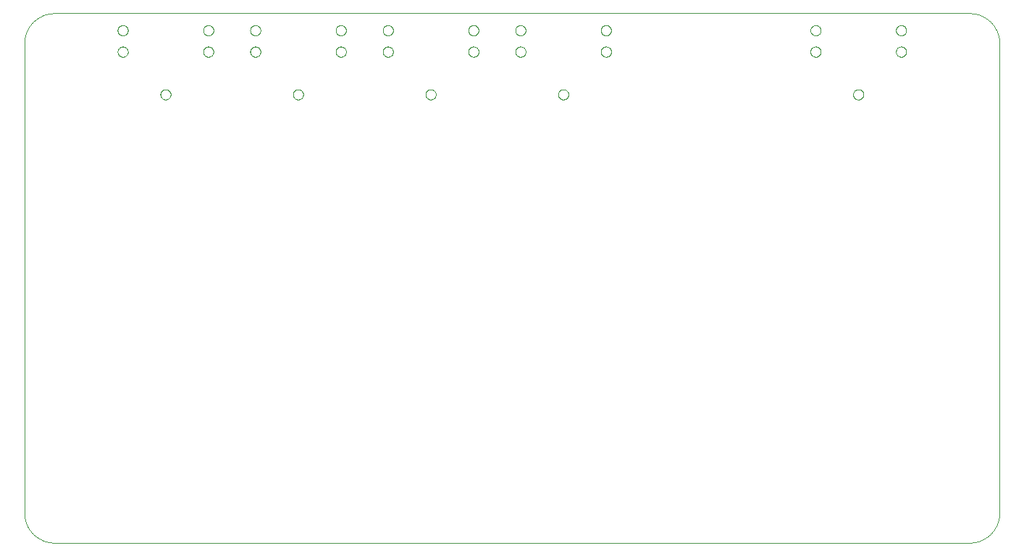
<source format=gbp>
G75*
%MOIN*%
%OFA0B0*%
%FSLAX25Y25*%
%IPPOS*%
%LPD*%
%AMOC8*
5,1,8,0,0,1.08239X$1,22.5*
%
%ADD10C,0.00000*%
D10*
X0024622Y0040620D02*
X0445882Y0040620D01*
X0446215Y0040624D01*
X0446548Y0040636D01*
X0446880Y0040656D01*
X0447212Y0040684D01*
X0447543Y0040720D01*
X0447873Y0040765D01*
X0448202Y0040817D01*
X0448530Y0040877D01*
X0448856Y0040945D01*
X0449180Y0041020D01*
X0449502Y0041104D01*
X0449822Y0041195D01*
X0450140Y0041294D01*
X0450456Y0041401D01*
X0450768Y0041515D01*
X0451078Y0041637D01*
X0451385Y0041767D01*
X0451689Y0041903D01*
X0451989Y0042047D01*
X0452286Y0042198D01*
X0452579Y0042357D01*
X0452868Y0042522D01*
X0453153Y0042694D01*
X0453434Y0042873D01*
X0453710Y0043059D01*
X0453982Y0043252D01*
X0454249Y0043451D01*
X0454511Y0043656D01*
X0454768Y0043868D01*
X0455020Y0044086D01*
X0455266Y0044309D01*
X0455507Y0044539D01*
X0455743Y0044775D01*
X0455973Y0045016D01*
X0456196Y0045262D01*
X0456414Y0045514D01*
X0456626Y0045771D01*
X0456831Y0046033D01*
X0457030Y0046300D01*
X0457223Y0046572D01*
X0457409Y0046848D01*
X0457588Y0047129D01*
X0457760Y0047414D01*
X0457925Y0047703D01*
X0458084Y0047996D01*
X0458235Y0048293D01*
X0458379Y0048593D01*
X0458515Y0048897D01*
X0458645Y0049204D01*
X0458767Y0049514D01*
X0458881Y0049826D01*
X0458988Y0050142D01*
X0459087Y0050460D01*
X0459178Y0050780D01*
X0459262Y0051102D01*
X0459337Y0051426D01*
X0459405Y0051752D01*
X0459465Y0052080D01*
X0459517Y0052409D01*
X0459562Y0052739D01*
X0459598Y0053070D01*
X0459626Y0053402D01*
X0459646Y0053734D01*
X0459658Y0054067D01*
X0459662Y0054400D01*
X0459661Y0054400D02*
X0459661Y0270935D01*
X0459662Y0270935D02*
X0459658Y0271268D01*
X0459646Y0271601D01*
X0459626Y0271933D01*
X0459598Y0272265D01*
X0459562Y0272596D01*
X0459517Y0272926D01*
X0459465Y0273255D01*
X0459405Y0273583D01*
X0459337Y0273909D01*
X0459262Y0274233D01*
X0459178Y0274555D01*
X0459087Y0274875D01*
X0458988Y0275193D01*
X0458881Y0275509D01*
X0458767Y0275821D01*
X0458645Y0276131D01*
X0458515Y0276438D01*
X0458379Y0276742D01*
X0458235Y0277042D01*
X0458084Y0277339D01*
X0457925Y0277632D01*
X0457760Y0277921D01*
X0457588Y0278206D01*
X0457409Y0278487D01*
X0457223Y0278763D01*
X0457030Y0279035D01*
X0456831Y0279302D01*
X0456626Y0279564D01*
X0456414Y0279821D01*
X0456196Y0280073D01*
X0455973Y0280319D01*
X0455743Y0280560D01*
X0455507Y0280796D01*
X0455266Y0281026D01*
X0455020Y0281249D01*
X0454768Y0281467D01*
X0454511Y0281679D01*
X0454249Y0281884D01*
X0453982Y0282083D01*
X0453710Y0282276D01*
X0453434Y0282462D01*
X0453153Y0282641D01*
X0452868Y0282813D01*
X0452579Y0282978D01*
X0452286Y0283137D01*
X0451989Y0283288D01*
X0451689Y0283432D01*
X0451385Y0283568D01*
X0451078Y0283698D01*
X0450768Y0283820D01*
X0450456Y0283934D01*
X0450140Y0284041D01*
X0449822Y0284140D01*
X0449502Y0284231D01*
X0449180Y0284315D01*
X0448856Y0284390D01*
X0448530Y0284458D01*
X0448202Y0284518D01*
X0447873Y0284570D01*
X0447543Y0284615D01*
X0447212Y0284651D01*
X0446880Y0284679D01*
X0446548Y0284699D01*
X0446215Y0284711D01*
X0445882Y0284715D01*
X0024622Y0284715D01*
X0024289Y0284711D01*
X0023956Y0284699D01*
X0023624Y0284679D01*
X0023292Y0284651D01*
X0022961Y0284615D01*
X0022631Y0284570D01*
X0022302Y0284518D01*
X0021974Y0284458D01*
X0021648Y0284390D01*
X0021324Y0284315D01*
X0021002Y0284231D01*
X0020682Y0284140D01*
X0020364Y0284041D01*
X0020048Y0283934D01*
X0019736Y0283820D01*
X0019426Y0283698D01*
X0019119Y0283568D01*
X0018815Y0283432D01*
X0018515Y0283288D01*
X0018218Y0283137D01*
X0017925Y0282978D01*
X0017636Y0282813D01*
X0017351Y0282641D01*
X0017070Y0282462D01*
X0016794Y0282276D01*
X0016522Y0282083D01*
X0016255Y0281884D01*
X0015993Y0281679D01*
X0015736Y0281467D01*
X0015484Y0281249D01*
X0015238Y0281026D01*
X0014997Y0280796D01*
X0014761Y0280560D01*
X0014531Y0280319D01*
X0014308Y0280073D01*
X0014090Y0279821D01*
X0013878Y0279564D01*
X0013673Y0279302D01*
X0013474Y0279035D01*
X0013281Y0278763D01*
X0013095Y0278487D01*
X0012916Y0278206D01*
X0012744Y0277921D01*
X0012579Y0277632D01*
X0012420Y0277339D01*
X0012269Y0277042D01*
X0012125Y0276742D01*
X0011989Y0276438D01*
X0011859Y0276131D01*
X0011737Y0275821D01*
X0011623Y0275509D01*
X0011516Y0275193D01*
X0011417Y0274875D01*
X0011326Y0274555D01*
X0011242Y0274233D01*
X0011167Y0273909D01*
X0011099Y0273583D01*
X0011039Y0273255D01*
X0010987Y0272926D01*
X0010942Y0272596D01*
X0010906Y0272265D01*
X0010878Y0271933D01*
X0010858Y0271601D01*
X0010846Y0271268D01*
X0010842Y0270935D01*
X0010843Y0270935D02*
X0010843Y0054400D01*
X0010842Y0054400D02*
X0010846Y0054067D01*
X0010858Y0053734D01*
X0010878Y0053402D01*
X0010906Y0053070D01*
X0010942Y0052739D01*
X0010987Y0052409D01*
X0011039Y0052080D01*
X0011099Y0051752D01*
X0011167Y0051426D01*
X0011242Y0051102D01*
X0011326Y0050780D01*
X0011417Y0050460D01*
X0011516Y0050142D01*
X0011623Y0049826D01*
X0011737Y0049514D01*
X0011859Y0049204D01*
X0011989Y0048897D01*
X0012125Y0048593D01*
X0012269Y0048293D01*
X0012420Y0047996D01*
X0012579Y0047703D01*
X0012744Y0047414D01*
X0012916Y0047129D01*
X0013095Y0046848D01*
X0013281Y0046572D01*
X0013474Y0046300D01*
X0013673Y0046033D01*
X0013878Y0045771D01*
X0014090Y0045514D01*
X0014308Y0045262D01*
X0014531Y0045016D01*
X0014761Y0044775D01*
X0014997Y0044539D01*
X0015238Y0044309D01*
X0015484Y0044086D01*
X0015736Y0043868D01*
X0015993Y0043656D01*
X0016255Y0043451D01*
X0016522Y0043252D01*
X0016794Y0043059D01*
X0017070Y0042873D01*
X0017351Y0042694D01*
X0017636Y0042522D01*
X0017925Y0042357D01*
X0018218Y0042198D01*
X0018515Y0042047D01*
X0018815Y0041903D01*
X0019119Y0041767D01*
X0019426Y0041637D01*
X0019736Y0041515D01*
X0020048Y0041401D01*
X0020364Y0041294D01*
X0020682Y0041195D01*
X0021002Y0041104D01*
X0021324Y0041020D01*
X0021648Y0040945D01*
X0021974Y0040877D01*
X0022302Y0040817D01*
X0022631Y0040765D01*
X0022961Y0040720D01*
X0023292Y0040684D01*
X0023624Y0040656D01*
X0023956Y0040636D01*
X0024289Y0040624D01*
X0024622Y0040620D01*
X0073441Y0247313D02*
X0073443Y0247410D01*
X0073449Y0247507D01*
X0073459Y0247603D01*
X0073473Y0247699D01*
X0073491Y0247795D01*
X0073512Y0247889D01*
X0073538Y0247983D01*
X0073567Y0248075D01*
X0073601Y0248166D01*
X0073637Y0248256D01*
X0073678Y0248344D01*
X0073722Y0248430D01*
X0073770Y0248515D01*
X0073821Y0248597D01*
X0073875Y0248678D01*
X0073933Y0248756D01*
X0073994Y0248831D01*
X0074057Y0248904D01*
X0074124Y0248975D01*
X0074194Y0249042D01*
X0074266Y0249107D01*
X0074341Y0249168D01*
X0074419Y0249227D01*
X0074498Y0249282D01*
X0074580Y0249334D01*
X0074664Y0249382D01*
X0074750Y0249427D01*
X0074838Y0249469D01*
X0074927Y0249507D01*
X0075018Y0249541D01*
X0075110Y0249571D01*
X0075203Y0249598D01*
X0075298Y0249620D01*
X0075393Y0249639D01*
X0075489Y0249654D01*
X0075585Y0249665D01*
X0075682Y0249672D01*
X0075779Y0249675D01*
X0075876Y0249674D01*
X0075973Y0249669D01*
X0076069Y0249660D01*
X0076165Y0249647D01*
X0076261Y0249630D01*
X0076356Y0249609D01*
X0076449Y0249585D01*
X0076542Y0249556D01*
X0076634Y0249524D01*
X0076724Y0249488D01*
X0076812Y0249449D01*
X0076899Y0249405D01*
X0076984Y0249359D01*
X0077067Y0249308D01*
X0077148Y0249255D01*
X0077226Y0249198D01*
X0077303Y0249138D01*
X0077376Y0249075D01*
X0077447Y0249009D01*
X0077515Y0248940D01*
X0077581Y0248868D01*
X0077643Y0248794D01*
X0077702Y0248717D01*
X0077758Y0248638D01*
X0077811Y0248556D01*
X0077861Y0248473D01*
X0077906Y0248387D01*
X0077949Y0248300D01*
X0077988Y0248211D01*
X0078023Y0248121D01*
X0078054Y0248029D01*
X0078081Y0247936D01*
X0078105Y0247842D01*
X0078125Y0247747D01*
X0078141Y0247651D01*
X0078153Y0247555D01*
X0078161Y0247458D01*
X0078165Y0247361D01*
X0078165Y0247265D01*
X0078161Y0247168D01*
X0078153Y0247071D01*
X0078141Y0246975D01*
X0078125Y0246879D01*
X0078105Y0246784D01*
X0078081Y0246690D01*
X0078054Y0246597D01*
X0078023Y0246505D01*
X0077988Y0246415D01*
X0077949Y0246326D01*
X0077906Y0246239D01*
X0077861Y0246153D01*
X0077811Y0246070D01*
X0077758Y0245988D01*
X0077702Y0245909D01*
X0077643Y0245832D01*
X0077581Y0245758D01*
X0077515Y0245686D01*
X0077447Y0245617D01*
X0077376Y0245551D01*
X0077303Y0245488D01*
X0077226Y0245428D01*
X0077148Y0245371D01*
X0077067Y0245318D01*
X0076984Y0245267D01*
X0076899Y0245221D01*
X0076812Y0245177D01*
X0076724Y0245138D01*
X0076634Y0245102D01*
X0076542Y0245070D01*
X0076449Y0245041D01*
X0076356Y0245017D01*
X0076261Y0244996D01*
X0076165Y0244979D01*
X0076069Y0244966D01*
X0075973Y0244957D01*
X0075876Y0244952D01*
X0075779Y0244951D01*
X0075682Y0244954D01*
X0075585Y0244961D01*
X0075489Y0244972D01*
X0075393Y0244987D01*
X0075298Y0245006D01*
X0075203Y0245028D01*
X0075110Y0245055D01*
X0075018Y0245085D01*
X0074927Y0245119D01*
X0074838Y0245157D01*
X0074750Y0245199D01*
X0074664Y0245244D01*
X0074580Y0245292D01*
X0074498Y0245344D01*
X0074419Y0245399D01*
X0074341Y0245458D01*
X0074266Y0245519D01*
X0074194Y0245584D01*
X0074124Y0245651D01*
X0074057Y0245722D01*
X0073994Y0245795D01*
X0073933Y0245870D01*
X0073875Y0245948D01*
X0073821Y0246029D01*
X0073770Y0246111D01*
X0073722Y0246196D01*
X0073678Y0246282D01*
X0073637Y0246370D01*
X0073601Y0246460D01*
X0073567Y0246551D01*
X0073538Y0246643D01*
X0073512Y0246737D01*
X0073491Y0246831D01*
X0073473Y0246927D01*
X0073459Y0247023D01*
X0073449Y0247119D01*
X0073443Y0247216D01*
X0073441Y0247313D01*
X0053756Y0266998D02*
X0053758Y0267095D01*
X0053764Y0267192D01*
X0053774Y0267288D01*
X0053788Y0267384D01*
X0053806Y0267480D01*
X0053827Y0267574D01*
X0053853Y0267668D01*
X0053882Y0267760D01*
X0053916Y0267851D01*
X0053952Y0267941D01*
X0053993Y0268029D01*
X0054037Y0268115D01*
X0054085Y0268200D01*
X0054136Y0268282D01*
X0054190Y0268363D01*
X0054248Y0268441D01*
X0054309Y0268516D01*
X0054372Y0268589D01*
X0054439Y0268660D01*
X0054509Y0268727D01*
X0054581Y0268792D01*
X0054656Y0268853D01*
X0054734Y0268912D01*
X0054813Y0268967D01*
X0054895Y0269019D01*
X0054979Y0269067D01*
X0055065Y0269112D01*
X0055153Y0269154D01*
X0055242Y0269192D01*
X0055333Y0269226D01*
X0055425Y0269256D01*
X0055518Y0269283D01*
X0055613Y0269305D01*
X0055708Y0269324D01*
X0055804Y0269339D01*
X0055900Y0269350D01*
X0055997Y0269357D01*
X0056094Y0269360D01*
X0056191Y0269359D01*
X0056288Y0269354D01*
X0056384Y0269345D01*
X0056480Y0269332D01*
X0056576Y0269315D01*
X0056671Y0269294D01*
X0056764Y0269270D01*
X0056857Y0269241D01*
X0056949Y0269209D01*
X0057039Y0269173D01*
X0057127Y0269134D01*
X0057214Y0269090D01*
X0057299Y0269044D01*
X0057382Y0268993D01*
X0057463Y0268940D01*
X0057541Y0268883D01*
X0057618Y0268823D01*
X0057691Y0268760D01*
X0057762Y0268694D01*
X0057830Y0268625D01*
X0057896Y0268553D01*
X0057958Y0268479D01*
X0058017Y0268402D01*
X0058073Y0268323D01*
X0058126Y0268241D01*
X0058176Y0268158D01*
X0058221Y0268072D01*
X0058264Y0267985D01*
X0058303Y0267896D01*
X0058338Y0267806D01*
X0058369Y0267714D01*
X0058396Y0267621D01*
X0058420Y0267527D01*
X0058440Y0267432D01*
X0058456Y0267336D01*
X0058468Y0267240D01*
X0058476Y0267143D01*
X0058480Y0267046D01*
X0058480Y0266950D01*
X0058476Y0266853D01*
X0058468Y0266756D01*
X0058456Y0266660D01*
X0058440Y0266564D01*
X0058420Y0266469D01*
X0058396Y0266375D01*
X0058369Y0266282D01*
X0058338Y0266190D01*
X0058303Y0266100D01*
X0058264Y0266011D01*
X0058221Y0265924D01*
X0058176Y0265838D01*
X0058126Y0265755D01*
X0058073Y0265673D01*
X0058017Y0265594D01*
X0057958Y0265517D01*
X0057896Y0265443D01*
X0057830Y0265371D01*
X0057762Y0265302D01*
X0057691Y0265236D01*
X0057618Y0265173D01*
X0057541Y0265113D01*
X0057463Y0265056D01*
X0057382Y0265003D01*
X0057299Y0264952D01*
X0057214Y0264906D01*
X0057127Y0264862D01*
X0057039Y0264823D01*
X0056949Y0264787D01*
X0056857Y0264755D01*
X0056764Y0264726D01*
X0056671Y0264702D01*
X0056576Y0264681D01*
X0056480Y0264664D01*
X0056384Y0264651D01*
X0056288Y0264642D01*
X0056191Y0264637D01*
X0056094Y0264636D01*
X0055997Y0264639D01*
X0055900Y0264646D01*
X0055804Y0264657D01*
X0055708Y0264672D01*
X0055613Y0264691D01*
X0055518Y0264713D01*
X0055425Y0264740D01*
X0055333Y0264770D01*
X0055242Y0264804D01*
X0055153Y0264842D01*
X0055065Y0264884D01*
X0054979Y0264929D01*
X0054895Y0264977D01*
X0054813Y0265029D01*
X0054734Y0265084D01*
X0054656Y0265143D01*
X0054581Y0265204D01*
X0054509Y0265269D01*
X0054439Y0265336D01*
X0054372Y0265407D01*
X0054309Y0265480D01*
X0054248Y0265555D01*
X0054190Y0265633D01*
X0054136Y0265714D01*
X0054085Y0265796D01*
X0054037Y0265881D01*
X0053993Y0265967D01*
X0053952Y0266055D01*
X0053916Y0266145D01*
X0053882Y0266236D01*
X0053853Y0266328D01*
X0053827Y0266422D01*
X0053806Y0266516D01*
X0053788Y0266612D01*
X0053774Y0266708D01*
X0053764Y0266804D01*
X0053758Y0266901D01*
X0053756Y0266998D01*
X0053756Y0276841D02*
X0053758Y0276938D01*
X0053764Y0277035D01*
X0053774Y0277131D01*
X0053788Y0277227D01*
X0053806Y0277323D01*
X0053827Y0277417D01*
X0053853Y0277511D01*
X0053882Y0277603D01*
X0053916Y0277694D01*
X0053952Y0277784D01*
X0053993Y0277872D01*
X0054037Y0277958D01*
X0054085Y0278043D01*
X0054136Y0278125D01*
X0054190Y0278206D01*
X0054248Y0278284D01*
X0054309Y0278359D01*
X0054372Y0278432D01*
X0054439Y0278503D01*
X0054509Y0278570D01*
X0054581Y0278635D01*
X0054656Y0278696D01*
X0054734Y0278755D01*
X0054813Y0278810D01*
X0054895Y0278862D01*
X0054979Y0278910D01*
X0055065Y0278955D01*
X0055153Y0278997D01*
X0055242Y0279035D01*
X0055333Y0279069D01*
X0055425Y0279099D01*
X0055518Y0279126D01*
X0055613Y0279148D01*
X0055708Y0279167D01*
X0055804Y0279182D01*
X0055900Y0279193D01*
X0055997Y0279200D01*
X0056094Y0279203D01*
X0056191Y0279202D01*
X0056288Y0279197D01*
X0056384Y0279188D01*
X0056480Y0279175D01*
X0056576Y0279158D01*
X0056671Y0279137D01*
X0056764Y0279113D01*
X0056857Y0279084D01*
X0056949Y0279052D01*
X0057039Y0279016D01*
X0057127Y0278977D01*
X0057214Y0278933D01*
X0057299Y0278887D01*
X0057382Y0278836D01*
X0057463Y0278783D01*
X0057541Y0278726D01*
X0057618Y0278666D01*
X0057691Y0278603D01*
X0057762Y0278537D01*
X0057830Y0278468D01*
X0057896Y0278396D01*
X0057958Y0278322D01*
X0058017Y0278245D01*
X0058073Y0278166D01*
X0058126Y0278084D01*
X0058176Y0278001D01*
X0058221Y0277915D01*
X0058264Y0277828D01*
X0058303Y0277739D01*
X0058338Y0277649D01*
X0058369Y0277557D01*
X0058396Y0277464D01*
X0058420Y0277370D01*
X0058440Y0277275D01*
X0058456Y0277179D01*
X0058468Y0277083D01*
X0058476Y0276986D01*
X0058480Y0276889D01*
X0058480Y0276793D01*
X0058476Y0276696D01*
X0058468Y0276599D01*
X0058456Y0276503D01*
X0058440Y0276407D01*
X0058420Y0276312D01*
X0058396Y0276218D01*
X0058369Y0276125D01*
X0058338Y0276033D01*
X0058303Y0275943D01*
X0058264Y0275854D01*
X0058221Y0275767D01*
X0058176Y0275681D01*
X0058126Y0275598D01*
X0058073Y0275516D01*
X0058017Y0275437D01*
X0057958Y0275360D01*
X0057896Y0275286D01*
X0057830Y0275214D01*
X0057762Y0275145D01*
X0057691Y0275079D01*
X0057618Y0275016D01*
X0057541Y0274956D01*
X0057463Y0274899D01*
X0057382Y0274846D01*
X0057299Y0274795D01*
X0057214Y0274749D01*
X0057127Y0274705D01*
X0057039Y0274666D01*
X0056949Y0274630D01*
X0056857Y0274598D01*
X0056764Y0274569D01*
X0056671Y0274545D01*
X0056576Y0274524D01*
X0056480Y0274507D01*
X0056384Y0274494D01*
X0056288Y0274485D01*
X0056191Y0274480D01*
X0056094Y0274479D01*
X0055997Y0274482D01*
X0055900Y0274489D01*
X0055804Y0274500D01*
X0055708Y0274515D01*
X0055613Y0274534D01*
X0055518Y0274556D01*
X0055425Y0274583D01*
X0055333Y0274613D01*
X0055242Y0274647D01*
X0055153Y0274685D01*
X0055065Y0274727D01*
X0054979Y0274772D01*
X0054895Y0274820D01*
X0054813Y0274872D01*
X0054734Y0274927D01*
X0054656Y0274986D01*
X0054581Y0275047D01*
X0054509Y0275112D01*
X0054439Y0275179D01*
X0054372Y0275250D01*
X0054309Y0275323D01*
X0054248Y0275398D01*
X0054190Y0275476D01*
X0054136Y0275557D01*
X0054085Y0275639D01*
X0054037Y0275724D01*
X0053993Y0275810D01*
X0053952Y0275898D01*
X0053916Y0275988D01*
X0053882Y0276079D01*
X0053853Y0276171D01*
X0053827Y0276265D01*
X0053806Y0276359D01*
X0053788Y0276455D01*
X0053774Y0276551D01*
X0053764Y0276647D01*
X0053758Y0276744D01*
X0053756Y0276841D01*
X0093126Y0276841D02*
X0093128Y0276938D01*
X0093134Y0277035D01*
X0093144Y0277131D01*
X0093158Y0277227D01*
X0093176Y0277323D01*
X0093197Y0277417D01*
X0093223Y0277511D01*
X0093252Y0277603D01*
X0093286Y0277694D01*
X0093322Y0277784D01*
X0093363Y0277872D01*
X0093407Y0277958D01*
X0093455Y0278043D01*
X0093506Y0278125D01*
X0093560Y0278206D01*
X0093618Y0278284D01*
X0093679Y0278359D01*
X0093742Y0278432D01*
X0093809Y0278503D01*
X0093879Y0278570D01*
X0093951Y0278635D01*
X0094026Y0278696D01*
X0094104Y0278755D01*
X0094183Y0278810D01*
X0094265Y0278862D01*
X0094349Y0278910D01*
X0094435Y0278955D01*
X0094523Y0278997D01*
X0094612Y0279035D01*
X0094703Y0279069D01*
X0094795Y0279099D01*
X0094888Y0279126D01*
X0094983Y0279148D01*
X0095078Y0279167D01*
X0095174Y0279182D01*
X0095270Y0279193D01*
X0095367Y0279200D01*
X0095464Y0279203D01*
X0095561Y0279202D01*
X0095658Y0279197D01*
X0095754Y0279188D01*
X0095850Y0279175D01*
X0095946Y0279158D01*
X0096041Y0279137D01*
X0096134Y0279113D01*
X0096227Y0279084D01*
X0096319Y0279052D01*
X0096409Y0279016D01*
X0096497Y0278977D01*
X0096584Y0278933D01*
X0096669Y0278887D01*
X0096752Y0278836D01*
X0096833Y0278783D01*
X0096911Y0278726D01*
X0096988Y0278666D01*
X0097061Y0278603D01*
X0097132Y0278537D01*
X0097200Y0278468D01*
X0097266Y0278396D01*
X0097328Y0278322D01*
X0097387Y0278245D01*
X0097443Y0278166D01*
X0097496Y0278084D01*
X0097546Y0278001D01*
X0097591Y0277915D01*
X0097634Y0277828D01*
X0097673Y0277739D01*
X0097708Y0277649D01*
X0097739Y0277557D01*
X0097766Y0277464D01*
X0097790Y0277370D01*
X0097810Y0277275D01*
X0097826Y0277179D01*
X0097838Y0277083D01*
X0097846Y0276986D01*
X0097850Y0276889D01*
X0097850Y0276793D01*
X0097846Y0276696D01*
X0097838Y0276599D01*
X0097826Y0276503D01*
X0097810Y0276407D01*
X0097790Y0276312D01*
X0097766Y0276218D01*
X0097739Y0276125D01*
X0097708Y0276033D01*
X0097673Y0275943D01*
X0097634Y0275854D01*
X0097591Y0275767D01*
X0097546Y0275681D01*
X0097496Y0275598D01*
X0097443Y0275516D01*
X0097387Y0275437D01*
X0097328Y0275360D01*
X0097266Y0275286D01*
X0097200Y0275214D01*
X0097132Y0275145D01*
X0097061Y0275079D01*
X0096988Y0275016D01*
X0096911Y0274956D01*
X0096833Y0274899D01*
X0096752Y0274846D01*
X0096669Y0274795D01*
X0096584Y0274749D01*
X0096497Y0274705D01*
X0096409Y0274666D01*
X0096319Y0274630D01*
X0096227Y0274598D01*
X0096134Y0274569D01*
X0096041Y0274545D01*
X0095946Y0274524D01*
X0095850Y0274507D01*
X0095754Y0274494D01*
X0095658Y0274485D01*
X0095561Y0274480D01*
X0095464Y0274479D01*
X0095367Y0274482D01*
X0095270Y0274489D01*
X0095174Y0274500D01*
X0095078Y0274515D01*
X0094983Y0274534D01*
X0094888Y0274556D01*
X0094795Y0274583D01*
X0094703Y0274613D01*
X0094612Y0274647D01*
X0094523Y0274685D01*
X0094435Y0274727D01*
X0094349Y0274772D01*
X0094265Y0274820D01*
X0094183Y0274872D01*
X0094104Y0274927D01*
X0094026Y0274986D01*
X0093951Y0275047D01*
X0093879Y0275112D01*
X0093809Y0275179D01*
X0093742Y0275250D01*
X0093679Y0275323D01*
X0093618Y0275398D01*
X0093560Y0275476D01*
X0093506Y0275557D01*
X0093455Y0275639D01*
X0093407Y0275724D01*
X0093363Y0275810D01*
X0093322Y0275898D01*
X0093286Y0275988D01*
X0093252Y0276079D01*
X0093223Y0276171D01*
X0093197Y0276265D01*
X0093176Y0276359D01*
X0093158Y0276455D01*
X0093144Y0276551D01*
X0093134Y0276647D01*
X0093128Y0276744D01*
X0093126Y0276841D01*
X0093126Y0266998D02*
X0093128Y0267095D01*
X0093134Y0267192D01*
X0093144Y0267288D01*
X0093158Y0267384D01*
X0093176Y0267480D01*
X0093197Y0267574D01*
X0093223Y0267668D01*
X0093252Y0267760D01*
X0093286Y0267851D01*
X0093322Y0267941D01*
X0093363Y0268029D01*
X0093407Y0268115D01*
X0093455Y0268200D01*
X0093506Y0268282D01*
X0093560Y0268363D01*
X0093618Y0268441D01*
X0093679Y0268516D01*
X0093742Y0268589D01*
X0093809Y0268660D01*
X0093879Y0268727D01*
X0093951Y0268792D01*
X0094026Y0268853D01*
X0094104Y0268912D01*
X0094183Y0268967D01*
X0094265Y0269019D01*
X0094349Y0269067D01*
X0094435Y0269112D01*
X0094523Y0269154D01*
X0094612Y0269192D01*
X0094703Y0269226D01*
X0094795Y0269256D01*
X0094888Y0269283D01*
X0094983Y0269305D01*
X0095078Y0269324D01*
X0095174Y0269339D01*
X0095270Y0269350D01*
X0095367Y0269357D01*
X0095464Y0269360D01*
X0095561Y0269359D01*
X0095658Y0269354D01*
X0095754Y0269345D01*
X0095850Y0269332D01*
X0095946Y0269315D01*
X0096041Y0269294D01*
X0096134Y0269270D01*
X0096227Y0269241D01*
X0096319Y0269209D01*
X0096409Y0269173D01*
X0096497Y0269134D01*
X0096584Y0269090D01*
X0096669Y0269044D01*
X0096752Y0268993D01*
X0096833Y0268940D01*
X0096911Y0268883D01*
X0096988Y0268823D01*
X0097061Y0268760D01*
X0097132Y0268694D01*
X0097200Y0268625D01*
X0097266Y0268553D01*
X0097328Y0268479D01*
X0097387Y0268402D01*
X0097443Y0268323D01*
X0097496Y0268241D01*
X0097546Y0268158D01*
X0097591Y0268072D01*
X0097634Y0267985D01*
X0097673Y0267896D01*
X0097708Y0267806D01*
X0097739Y0267714D01*
X0097766Y0267621D01*
X0097790Y0267527D01*
X0097810Y0267432D01*
X0097826Y0267336D01*
X0097838Y0267240D01*
X0097846Y0267143D01*
X0097850Y0267046D01*
X0097850Y0266950D01*
X0097846Y0266853D01*
X0097838Y0266756D01*
X0097826Y0266660D01*
X0097810Y0266564D01*
X0097790Y0266469D01*
X0097766Y0266375D01*
X0097739Y0266282D01*
X0097708Y0266190D01*
X0097673Y0266100D01*
X0097634Y0266011D01*
X0097591Y0265924D01*
X0097546Y0265838D01*
X0097496Y0265755D01*
X0097443Y0265673D01*
X0097387Y0265594D01*
X0097328Y0265517D01*
X0097266Y0265443D01*
X0097200Y0265371D01*
X0097132Y0265302D01*
X0097061Y0265236D01*
X0096988Y0265173D01*
X0096911Y0265113D01*
X0096833Y0265056D01*
X0096752Y0265003D01*
X0096669Y0264952D01*
X0096584Y0264906D01*
X0096497Y0264862D01*
X0096409Y0264823D01*
X0096319Y0264787D01*
X0096227Y0264755D01*
X0096134Y0264726D01*
X0096041Y0264702D01*
X0095946Y0264681D01*
X0095850Y0264664D01*
X0095754Y0264651D01*
X0095658Y0264642D01*
X0095561Y0264637D01*
X0095464Y0264636D01*
X0095367Y0264639D01*
X0095270Y0264646D01*
X0095174Y0264657D01*
X0095078Y0264672D01*
X0094983Y0264691D01*
X0094888Y0264713D01*
X0094795Y0264740D01*
X0094703Y0264770D01*
X0094612Y0264804D01*
X0094523Y0264842D01*
X0094435Y0264884D01*
X0094349Y0264929D01*
X0094265Y0264977D01*
X0094183Y0265029D01*
X0094104Y0265084D01*
X0094026Y0265143D01*
X0093951Y0265204D01*
X0093879Y0265269D01*
X0093809Y0265336D01*
X0093742Y0265407D01*
X0093679Y0265480D01*
X0093618Y0265555D01*
X0093560Y0265633D01*
X0093506Y0265714D01*
X0093455Y0265796D01*
X0093407Y0265881D01*
X0093363Y0265967D01*
X0093322Y0266055D01*
X0093286Y0266145D01*
X0093252Y0266236D01*
X0093223Y0266328D01*
X0093197Y0266422D01*
X0093176Y0266516D01*
X0093158Y0266612D01*
X0093144Y0266708D01*
X0093134Y0266804D01*
X0093128Y0266901D01*
X0093126Y0266998D01*
X0114780Y0266998D02*
X0114782Y0267095D01*
X0114788Y0267192D01*
X0114798Y0267288D01*
X0114812Y0267384D01*
X0114830Y0267480D01*
X0114851Y0267574D01*
X0114877Y0267668D01*
X0114906Y0267760D01*
X0114940Y0267851D01*
X0114976Y0267941D01*
X0115017Y0268029D01*
X0115061Y0268115D01*
X0115109Y0268200D01*
X0115160Y0268282D01*
X0115214Y0268363D01*
X0115272Y0268441D01*
X0115333Y0268516D01*
X0115396Y0268589D01*
X0115463Y0268660D01*
X0115533Y0268727D01*
X0115605Y0268792D01*
X0115680Y0268853D01*
X0115758Y0268912D01*
X0115837Y0268967D01*
X0115919Y0269019D01*
X0116003Y0269067D01*
X0116089Y0269112D01*
X0116177Y0269154D01*
X0116266Y0269192D01*
X0116357Y0269226D01*
X0116449Y0269256D01*
X0116542Y0269283D01*
X0116637Y0269305D01*
X0116732Y0269324D01*
X0116828Y0269339D01*
X0116924Y0269350D01*
X0117021Y0269357D01*
X0117118Y0269360D01*
X0117215Y0269359D01*
X0117312Y0269354D01*
X0117408Y0269345D01*
X0117504Y0269332D01*
X0117600Y0269315D01*
X0117695Y0269294D01*
X0117788Y0269270D01*
X0117881Y0269241D01*
X0117973Y0269209D01*
X0118063Y0269173D01*
X0118151Y0269134D01*
X0118238Y0269090D01*
X0118323Y0269044D01*
X0118406Y0268993D01*
X0118487Y0268940D01*
X0118565Y0268883D01*
X0118642Y0268823D01*
X0118715Y0268760D01*
X0118786Y0268694D01*
X0118854Y0268625D01*
X0118920Y0268553D01*
X0118982Y0268479D01*
X0119041Y0268402D01*
X0119097Y0268323D01*
X0119150Y0268241D01*
X0119200Y0268158D01*
X0119245Y0268072D01*
X0119288Y0267985D01*
X0119327Y0267896D01*
X0119362Y0267806D01*
X0119393Y0267714D01*
X0119420Y0267621D01*
X0119444Y0267527D01*
X0119464Y0267432D01*
X0119480Y0267336D01*
X0119492Y0267240D01*
X0119500Y0267143D01*
X0119504Y0267046D01*
X0119504Y0266950D01*
X0119500Y0266853D01*
X0119492Y0266756D01*
X0119480Y0266660D01*
X0119464Y0266564D01*
X0119444Y0266469D01*
X0119420Y0266375D01*
X0119393Y0266282D01*
X0119362Y0266190D01*
X0119327Y0266100D01*
X0119288Y0266011D01*
X0119245Y0265924D01*
X0119200Y0265838D01*
X0119150Y0265755D01*
X0119097Y0265673D01*
X0119041Y0265594D01*
X0118982Y0265517D01*
X0118920Y0265443D01*
X0118854Y0265371D01*
X0118786Y0265302D01*
X0118715Y0265236D01*
X0118642Y0265173D01*
X0118565Y0265113D01*
X0118487Y0265056D01*
X0118406Y0265003D01*
X0118323Y0264952D01*
X0118238Y0264906D01*
X0118151Y0264862D01*
X0118063Y0264823D01*
X0117973Y0264787D01*
X0117881Y0264755D01*
X0117788Y0264726D01*
X0117695Y0264702D01*
X0117600Y0264681D01*
X0117504Y0264664D01*
X0117408Y0264651D01*
X0117312Y0264642D01*
X0117215Y0264637D01*
X0117118Y0264636D01*
X0117021Y0264639D01*
X0116924Y0264646D01*
X0116828Y0264657D01*
X0116732Y0264672D01*
X0116637Y0264691D01*
X0116542Y0264713D01*
X0116449Y0264740D01*
X0116357Y0264770D01*
X0116266Y0264804D01*
X0116177Y0264842D01*
X0116089Y0264884D01*
X0116003Y0264929D01*
X0115919Y0264977D01*
X0115837Y0265029D01*
X0115758Y0265084D01*
X0115680Y0265143D01*
X0115605Y0265204D01*
X0115533Y0265269D01*
X0115463Y0265336D01*
X0115396Y0265407D01*
X0115333Y0265480D01*
X0115272Y0265555D01*
X0115214Y0265633D01*
X0115160Y0265714D01*
X0115109Y0265796D01*
X0115061Y0265881D01*
X0115017Y0265967D01*
X0114976Y0266055D01*
X0114940Y0266145D01*
X0114906Y0266236D01*
X0114877Y0266328D01*
X0114851Y0266422D01*
X0114830Y0266516D01*
X0114812Y0266612D01*
X0114798Y0266708D01*
X0114788Y0266804D01*
X0114782Y0266901D01*
X0114780Y0266998D01*
X0114780Y0276841D02*
X0114782Y0276938D01*
X0114788Y0277035D01*
X0114798Y0277131D01*
X0114812Y0277227D01*
X0114830Y0277323D01*
X0114851Y0277417D01*
X0114877Y0277511D01*
X0114906Y0277603D01*
X0114940Y0277694D01*
X0114976Y0277784D01*
X0115017Y0277872D01*
X0115061Y0277958D01*
X0115109Y0278043D01*
X0115160Y0278125D01*
X0115214Y0278206D01*
X0115272Y0278284D01*
X0115333Y0278359D01*
X0115396Y0278432D01*
X0115463Y0278503D01*
X0115533Y0278570D01*
X0115605Y0278635D01*
X0115680Y0278696D01*
X0115758Y0278755D01*
X0115837Y0278810D01*
X0115919Y0278862D01*
X0116003Y0278910D01*
X0116089Y0278955D01*
X0116177Y0278997D01*
X0116266Y0279035D01*
X0116357Y0279069D01*
X0116449Y0279099D01*
X0116542Y0279126D01*
X0116637Y0279148D01*
X0116732Y0279167D01*
X0116828Y0279182D01*
X0116924Y0279193D01*
X0117021Y0279200D01*
X0117118Y0279203D01*
X0117215Y0279202D01*
X0117312Y0279197D01*
X0117408Y0279188D01*
X0117504Y0279175D01*
X0117600Y0279158D01*
X0117695Y0279137D01*
X0117788Y0279113D01*
X0117881Y0279084D01*
X0117973Y0279052D01*
X0118063Y0279016D01*
X0118151Y0278977D01*
X0118238Y0278933D01*
X0118323Y0278887D01*
X0118406Y0278836D01*
X0118487Y0278783D01*
X0118565Y0278726D01*
X0118642Y0278666D01*
X0118715Y0278603D01*
X0118786Y0278537D01*
X0118854Y0278468D01*
X0118920Y0278396D01*
X0118982Y0278322D01*
X0119041Y0278245D01*
X0119097Y0278166D01*
X0119150Y0278084D01*
X0119200Y0278001D01*
X0119245Y0277915D01*
X0119288Y0277828D01*
X0119327Y0277739D01*
X0119362Y0277649D01*
X0119393Y0277557D01*
X0119420Y0277464D01*
X0119444Y0277370D01*
X0119464Y0277275D01*
X0119480Y0277179D01*
X0119492Y0277083D01*
X0119500Y0276986D01*
X0119504Y0276889D01*
X0119504Y0276793D01*
X0119500Y0276696D01*
X0119492Y0276599D01*
X0119480Y0276503D01*
X0119464Y0276407D01*
X0119444Y0276312D01*
X0119420Y0276218D01*
X0119393Y0276125D01*
X0119362Y0276033D01*
X0119327Y0275943D01*
X0119288Y0275854D01*
X0119245Y0275767D01*
X0119200Y0275681D01*
X0119150Y0275598D01*
X0119097Y0275516D01*
X0119041Y0275437D01*
X0118982Y0275360D01*
X0118920Y0275286D01*
X0118854Y0275214D01*
X0118786Y0275145D01*
X0118715Y0275079D01*
X0118642Y0275016D01*
X0118565Y0274956D01*
X0118487Y0274899D01*
X0118406Y0274846D01*
X0118323Y0274795D01*
X0118238Y0274749D01*
X0118151Y0274705D01*
X0118063Y0274666D01*
X0117973Y0274630D01*
X0117881Y0274598D01*
X0117788Y0274569D01*
X0117695Y0274545D01*
X0117600Y0274524D01*
X0117504Y0274507D01*
X0117408Y0274494D01*
X0117312Y0274485D01*
X0117215Y0274480D01*
X0117118Y0274479D01*
X0117021Y0274482D01*
X0116924Y0274489D01*
X0116828Y0274500D01*
X0116732Y0274515D01*
X0116637Y0274534D01*
X0116542Y0274556D01*
X0116449Y0274583D01*
X0116357Y0274613D01*
X0116266Y0274647D01*
X0116177Y0274685D01*
X0116089Y0274727D01*
X0116003Y0274772D01*
X0115919Y0274820D01*
X0115837Y0274872D01*
X0115758Y0274927D01*
X0115680Y0274986D01*
X0115605Y0275047D01*
X0115533Y0275112D01*
X0115463Y0275179D01*
X0115396Y0275250D01*
X0115333Y0275323D01*
X0115272Y0275398D01*
X0115214Y0275476D01*
X0115160Y0275557D01*
X0115109Y0275639D01*
X0115061Y0275724D01*
X0115017Y0275810D01*
X0114976Y0275898D01*
X0114940Y0275988D01*
X0114906Y0276079D01*
X0114877Y0276171D01*
X0114851Y0276265D01*
X0114830Y0276359D01*
X0114812Y0276455D01*
X0114798Y0276551D01*
X0114788Y0276647D01*
X0114782Y0276744D01*
X0114780Y0276841D01*
X0154150Y0276841D02*
X0154152Y0276938D01*
X0154158Y0277035D01*
X0154168Y0277131D01*
X0154182Y0277227D01*
X0154200Y0277323D01*
X0154221Y0277417D01*
X0154247Y0277511D01*
X0154276Y0277603D01*
X0154310Y0277694D01*
X0154346Y0277784D01*
X0154387Y0277872D01*
X0154431Y0277958D01*
X0154479Y0278043D01*
X0154530Y0278125D01*
X0154584Y0278206D01*
X0154642Y0278284D01*
X0154703Y0278359D01*
X0154766Y0278432D01*
X0154833Y0278503D01*
X0154903Y0278570D01*
X0154975Y0278635D01*
X0155050Y0278696D01*
X0155128Y0278755D01*
X0155207Y0278810D01*
X0155289Y0278862D01*
X0155373Y0278910D01*
X0155459Y0278955D01*
X0155547Y0278997D01*
X0155636Y0279035D01*
X0155727Y0279069D01*
X0155819Y0279099D01*
X0155912Y0279126D01*
X0156007Y0279148D01*
X0156102Y0279167D01*
X0156198Y0279182D01*
X0156294Y0279193D01*
X0156391Y0279200D01*
X0156488Y0279203D01*
X0156585Y0279202D01*
X0156682Y0279197D01*
X0156778Y0279188D01*
X0156874Y0279175D01*
X0156970Y0279158D01*
X0157065Y0279137D01*
X0157158Y0279113D01*
X0157251Y0279084D01*
X0157343Y0279052D01*
X0157433Y0279016D01*
X0157521Y0278977D01*
X0157608Y0278933D01*
X0157693Y0278887D01*
X0157776Y0278836D01*
X0157857Y0278783D01*
X0157935Y0278726D01*
X0158012Y0278666D01*
X0158085Y0278603D01*
X0158156Y0278537D01*
X0158224Y0278468D01*
X0158290Y0278396D01*
X0158352Y0278322D01*
X0158411Y0278245D01*
X0158467Y0278166D01*
X0158520Y0278084D01*
X0158570Y0278001D01*
X0158615Y0277915D01*
X0158658Y0277828D01*
X0158697Y0277739D01*
X0158732Y0277649D01*
X0158763Y0277557D01*
X0158790Y0277464D01*
X0158814Y0277370D01*
X0158834Y0277275D01*
X0158850Y0277179D01*
X0158862Y0277083D01*
X0158870Y0276986D01*
X0158874Y0276889D01*
X0158874Y0276793D01*
X0158870Y0276696D01*
X0158862Y0276599D01*
X0158850Y0276503D01*
X0158834Y0276407D01*
X0158814Y0276312D01*
X0158790Y0276218D01*
X0158763Y0276125D01*
X0158732Y0276033D01*
X0158697Y0275943D01*
X0158658Y0275854D01*
X0158615Y0275767D01*
X0158570Y0275681D01*
X0158520Y0275598D01*
X0158467Y0275516D01*
X0158411Y0275437D01*
X0158352Y0275360D01*
X0158290Y0275286D01*
X0158224Y0275214D01*
X0158156Y0275145D01*
X0158085Y0275079D01*
X0158012Y0275016D01*
X0157935Y0274956D01*
X0157857Y0274899D01*
X0157776Y0274846D01*
X0157693Y0274795D01*
X0157608Y0274749D01*
X0157521Y0274705D01*
X0157433Y0274666D01*
X0157343Y0274630D01*
X0157251Y0274598D01*
X0157158Y0274569D01*
X0157065Y0274545D01*
X0156970Y0274524D01*
X0156874Y0274507D01*
X0156778Y0274494D01*
X0156682Y0274485D01*
X0156585Y0274480D01*
X0156488Y0274479D01*
X0156391Y0274482D01*
X0156294Y0274489D01*
X0156198Y0274500D01*
X0156102Y0274515D01*
X0156007Y0274534D01*
X0155912Y0274556D01*
X0155819Y0274583D01*
X0155727Y0274613D01*
X0155636Y0274647D01*
X0155547Y0274685D01*
X0155459Y0274727D01*
X0155373Y0274772D01*
X0155289Y0274820D01*
X0155207Y0274872D01*
X0155128Y0274927D01*
X0155050Y0274986D01*
X0154975Y0275047D01*
X0154903Y0275112D01*
X0154833Y0275179D01*
X0154766Y0275250D01*
X0154703Y0275323D01*
X0154642Y0275398D01*
X0154584Y0275476D01*
X0154530Y0275557D01*
X0154479Y0275639D01*
X0154431Y0275724D01*
X0154387Y0275810D01*
X0154346Y0275898D01*
X0154310Y0275988D01*
X0154276Y0276079D01*
X0154247Y0276171D01*
X0154221Y0276265D01*
X0154200Y0276359D01*
X0154182Y0276455D01*
X0154168Y0276551D01*
X0154158Y0276647D01*
X0154152Y0276744D01*
X0154150Y0276841D01*
X0154150Y0266998D02*
X0154152Y0267095D01*
X0154158Y0267192D01*
X0154168Y0267288D01*
X0154182Y0267384D01*
X0154200Y0267480D01*
X0154221Y0267574D01*
X0154247Y0267668D01*
X0154276Y0267760D01*
X0154310Y0267851D01*
X0154346Y0267941D01*
X0154387Y0268029D01*
X0154431Y0268115D01*
X0154479Y0268200D01*
X0154530Y0268282D01*
X0154584Y0268363D01*
X0154642Y0268441D01*
X0154703Y0268516D01*
X0154766Y0268589D01*
X0154833Y0268660D01*
X0154903Y0268727D01*
X0154975Y0268792D01*
X0155050Y0268853D01*
X0155128Y0268912D01*
X0155207Y0268967D01*
X0155289Y0269019D01*
X0155373Y0269067D01*
X0155459Y0269112D01*
X0155547Y0269154D01*
X0155636Y0269192D01*
X0155727Y0269226D01*
X0155819Y0269256D01*
X0155912Y0269283D01*
X0156007Y0269305D01*
X0156102Y0269324D01*
X0156198Y0269339D01*
X0156294Y0269350D01*
X0156391Y0269357D01*
X0156488Y0269360D01*
X0156585Y0269359D01*
X0156682Y0269354D01*
X0156778Y0269345D01*
X0156874Y0269332D01*
X0156970Y0269315D01*
X0157065Y0269294D01*
X0157158Y0269270D01*
X0157251Y0269241D01*
X0157343Y0269209D01*
X0157433Y0269173D01*
X0157521Y0269134D01*
X0157608Y0269090D01*
X0157693Y0269044D01*
X0157776Y0268993D01*
X0157857Y0268940D01*
X0157935Y0268883D01*
X0158012Y0268823D01*
X0158085Y0268760D01*
X0158156Y0268694D01*
X0158224Y0268625D01*
X0158290Y0268553D01*
X0158352Y0268479D01*
X0158411Y0268402D01*
X0158467Y0268323D01*
X0158520Y0268241D01*
X0158570Y0268158D01*
X0158615Y0268072D01*
X0158658Y0267985D01*
X0158697Y0267896D01*
X0158732Y0267806D01*
X0158763Y0267714D01*
X0158790Y0267621D01*
X0158814Y0267527D01*
X0158834Y0267432D01*
X0158850Y0267336D01*
X0158862Y0267240D01*
X0158870Y0267143D01*
X0158874Y0267046D01*
X0158874Y0266950D01*
X0158870Y0266853D01*
X0158862Y0266756D01*
X0158850Y0266660D01*
X0158834Y0266564D01*
X0158814Y0266469D01*
X0158790Y0266375D01*
X0158763Y0266282D01*
X0158732Y0266190D01*
X0158697Y0266100D01*
X0158658Y0266011D01*
X0158615Y0265924D01*
X0158570Y0265838D01*
X0158520Y0265755D01*
X0158467Y0265673D01*
X0158411Y0265594D01*
X0158352Y0265517D01*
X0158290Y0265443D01*
X0158224Y0265371D01*
X0158156Y0265302D01*
X0158085Y0265236D01*
X0158012Y0265173D01*
X0157935Y0265113D01*
X0157857Y0265056D01*
X0157776Y0265003D01*
X0157693Y0264952D01*
X0157608Y0264906D01*
X0157521Y0264862D01*
X0157433Y0264823D01*
X0157343Y0264787D01*
X0157251Y0264755D01*
X0157158Y0264726D01*
X0157065Y0264702D01*
X0156970Y0264681D01*
X0156874Y0264664D01*
X0156778Y0264651D01*
X0156682Y0264642D01*
X0156585Y0264637D01*
X0156488Y0264636D01*
X0156391Y0264639D01*
X0156294Y0264646D01*
X0156198Y0264657D01*
X0156102Y0264672D01*
X0156007Y0264691D01*
X0155912Y0264713D01*
X0155819Y0264740D01*
X0155727Y0264770D01*
X0155636Y0264804D01*
X0155547Y0264842D01*
X0155459Y0264884D01*
X0155373Y0264929D01*
X0155289Y0264977D01*
X0155207Y0265029D01*
X0155128Y0265084D01*
X0155050Y0265143D01*
X0154975Y0265204D01*
X0154903Y0265269D01*
X0154833Y0265336D01*
X0154766Y0265407D01*
X0154703Y0265480D01*
X0154642Y0265555D01*
X0154584Y0265633D01*
X0154530Y0265714D01*
X0154479Y0265796D01*
X0154431Y0265881D01*
X0154387Y0265967D01*
X0154346Y0266055D01*
X0154310Y0266145D01*
X0154276Y0266236D01*
X0154247Y0266328D01*
X0154221Y0266422D01*
X0154200Y0266516D01*
X0154182Y0266612D01*
X0154168Y0266708D01*
X0154158Y0266804D01*
X0154152Y0266901D01*
X0154150Y0266998D01*
X0175803Y0266998D02*
X0175805Y0267095D01*
X0175811Y0267192D01*
X0175821Y0267288D01*
X0175835Y0267384D01*
X0175853Y0267480D01*
X0175874Y0267574D01*
X0175900Y0267668D01*
X0175929Y0267760D01*
X0175963Y0267851D01*
X0175999Y0267941D01*
X0176040Y0268029D01*
X0176084Y0268115D01*
X0176132Y0268200D01*
X0176183Y0268282D01*
X0176237Y0268363D01*
X0176295Y0268441D01*
X0176356Y0268516D01*
X0176419Y0268589D01*
X0176486Y0268660D01*
X0176556Y0268727D01*
X0176628Y0268792D01*
X0176703Y0268853D01*
X0176781Y0268912D01*
X0176860Y0268967D01*
X0176942Y0269019D01*
X0177026Y0269067D01*
X0177112Y0269112D01*
X0177200Y0269154D01*
X0177289Y0269192D01*
X0177380Y0269226D01*
X0177472Y0269256D01*
X0177565Y0269283D01*
X0177660Y0269305D01*
X0177755Y0269324D01*
X0177851Y0269339D01*
X0177947Y0269350D01*
X0178044Y0269357D01*
X0178141Y0269360D01*
X0178238Y0269359D01*
X0178335Y0269354D01*
X0178431Y0269345D01*
X0178527Y0269332D01*
X0178623Y0269315D01*
X0178718Y0269294D01*
X0178811Y0269270D01*
X0178904Y0269241D01*
X0178996Y0269209D01*
X0179086Y0269173D01*
X0179174Y0269134D01*
X0179261Y0269090D01*
X0179346Y0269044D01*
X0179429Y0268993D01*
X0179510Y0268940D01*
X0179588Y0268883D01*
X0179665Y0268823D01*
X0179738Y0268760D01*
X0179809Y0268694D01*
X0179877Y0268625D01*
X0179943Y0268553D01*
X0180005Y0268479D01*
X0180064Y0268402D01*
X0180120Y0268323D01*
X0180173Y0268241D01*
X0180223Y0268158D01*
X0180268Y0268072D01*
X0180311Y0267985D01*
X0180350Y0267896D01*
X0180385Y0267806D01*
X0180416Y0267714D01*
X0180443Y0267621D01*
X0180467Y0267527D01*
X0180487Y0267432D01*
X0180503Y0267336D01*
X0180515Y0267240D01*
X0180523Y0267143D01*
X0180527Y0267046D01*
X0180527Y0266950D01*
X0180523Y0266853D01*
X0180515Y0266756D01*
X0180503Y0266660D01*
X0180487Y0266564D01*
X0180467Y0266469D01*
X0180443Y0266375D01*
X0180416Y0266282D01*
X0180385Y0266190D01*
X0180350Y0266100D01*
X0180311Y0266011D01*
X0180268Y0265924D01*
X0180223Y0265838D01*
X0180173Y0265755D01*
X0180120Y0265673D01*
X0180064Y0265594D01*
X0180005Y0265517D01*
X0179943Y0265443D01*
X0179877Y0265371D01*
X0179809Y0265302D01*
X0179738Y0265236D01*
X0179665Y0265173D01*
X0179588Y0265113D01*
X0179510Y0265056D01*
X0179429Y0265003D01*
X0179346Y0264952D01*
X0179261Y0264906D01*
X0179174Y0264862D01*
X0179086Y0264823D01*
X0178996Y0264787D01*
X0178904Y0264755D01*
X0178811Y0264726D01*
X0178718Y0264702D01*
X0178623Y0264681D01*
X0178527Y0264664D01*
X0178431Y0264651D01*
X0178335Y0264642D01*
X0178238Y0264637D01*
X0178141Y0264636D01*
X0178044Y0264639D01*
X0177947Y0264646D01*
X0177851Y0264657D01*
X0177755Y0264672D01*
X0177660Y0264691D01*
X0177565Y0264713D01*
X0177472Y0264740D01*
X0177380Y0264770D01*
X0177289Y0264804D01*
X0177200Y0264842D01*
X0177112Y0264884D01*
X0177026Y0264929D01*
X0176942Y0264977D01*
X0176860Y0265029D01*
X0176781Y0265084D01*
X0176703Y0265143D01*
X0176628Y0265204D01*
X0176556Y0265269D01*
X0176486Y0265336D01*
X0176419Y0265407D01*
X0176356Y0265480D01*
X0176295Y0265555D01*
X0176237Y0265633D01*
X0176183Y0265714D01*
X0176132Y0265796D01*
X0176084Y0265881D01*
X0176040Y0265967D01*
X0175999Y0266055D01*
X0175963Y0266145D01*
X0175929Y0266236D01*
X0175900Y0266328D01*
X0175874Y0266422D01*
X0175853Y0266516D01*
X0175835Y0266612D01*
X0175821Y0266708D01*
X0175811Y0266804D01*
X0175805Y0266901D01*
X0175803Y0266998D01*
X0175803Y0276841D02*
X0175805Y0276938D01*
X0175811Y0277035D01*
X0175821Y0277131D01*
X0175835Y0277227D01*
X0175853Y0277323D01*
X0175874Y0277417D01*
X0175900Y0277511D01*
X0175929Y0277603D01*
X0175963Y0277694D01*
X0175999Y0277784D01*
X0176040Y0277872D01*
X0176084Y0277958D01*
X0176132Y0278043D01*
X0176183Y0278125D01*
X0176237Y0278206D01*
X0176295Y0278284D01*
X0176356Y0278359D01*
X0176419Y0278432D01*
X0176486Y0278503D01*
X0176556Y0278570D01*
X0176628Y0278635D01*
X0176703Y0278696D01*
X0176781Y0278755D01*
X0176860Y0278810D01*
X0176942Y0278862D01*
X0177026Y0278910D01*
X0177112Y0278955D01*
X0177200Y0278997D01*
X0177289Y0279035D01*
X0177380Y0279069D01*
X0177472Y0279099D01*
X0177565Y0279126D01*
X0177660Y0279148D01*
X0177755Y0279167D01*
X0177851Y0279182D01*
X0177947Y0279193D01*
X0178044Y0279200D01*
X0178141Y0279203D01*
X0178238Y0279202D01*
X0178335Y0279197D01*
X0178431Y0279188D01*
X0178527Y0279175D01*
X0178623Y0279158D01*
X0178718Y0279137D01*
X0178811Y0279113D01*
X0178904Y0279084D01*
X0178996Y0279052D01*
X0179086Y0279016D01*
X0179174Y0278977D01*
X0179261Y0278933D01*
X0179346Y0278887D01*
X0179429Y0278836D01*
X0179510Y0278783D01*
X0179588Y0278726D01*
X0179665Y0278666D01*
X0179738Y0278603D01*
X0179809Y0278537D01*
X0179877Y0278468D01*
X0179943Y0278396D01*
X0180005Y0278322D01*
X0180064Y0278245D01*
X0180120Y0278166D01*
X0180173Y0278084D01*
X0180223Y0278001D01*
X0180268Y0277915D01*
X0180311Y0277828D01*
X0180350Y0277739D01*
X0180385Y0277649D01*
X0180416Y0277557D01*
X0180443Y0277464D01*
X0180467Y0277370D01*
X0180487Y0277275D01*
X0180503Y0277179D01*
X0180515Y0277083D01*
X0180523Y0276986D01*
X0180527Y0276889D01*
X0180527Y0276793D01*
X0180523Y0276696D01*
X0180515Y0276599D01*
X0180503Y0276503D01*
X0180487Y0276407D01*
X0180467Y0276312D01*
X0180443Y0276218D01*
X0180416Y0276125D01*
X0180385Y0276033D01*
X0180350Y0275943D01*
X0180311Y0275854D01*
X0180268Y0275767D01*
X0180223Y0275681D01*
X0180173Y0275598D01*
X0180120Y0275516D01*
X0180064Y0275437D01*
X0180005Y0275360D01*
X0179943Y0275286D01*
X0179877Y0275214D01*
X0179809Y0275145D01*
X0179738Y0275079D01*
X0179665Y0275016D01*
X0179588Y0274956D01*
X0179510Y0274899D01*
X0179429Y0274846D01*
X0179346Y0274795D01*
X0179261Y0274749D01*
X0179174Y0274705D01*
X0179086Y0274666D01*
X0178996Y0274630D01*
X0178904Y0274598D01*
X0178811Y0274569D01*
X0178718Y0274545D01*
X0178623Y0274524D01*
X0178527Y0274507D01*
X0178431Y0274494D01*
X0178335Y0274485D01*
X0178238Y0274480D01*
X0178141Y0274479D01*
X0178044Y0274482D01*
X0177947Y0274489D01*
X0177851Y0274500D01*
X0177755Y0274515D01*
X0177660Y0274534D01*
X0177565Y0274556D01*
X0177472Y0274583D01*
X0177380Y0274613D01*
X0177289Y0274647D01*
X0177200Y0274685D01*
X0177112Y0274727D01*
X0177026Y0274772D01*
X0176942Y0274820D01*
X0176860Y0274872D01*
X0176781Y0274927D01*
X0176703Y0274986D01*
X0176628Y0275047D01*
X0176556Y0275112D01*
X0176486Y0275179D01*
X0176419Y0275250D01*
X0176356Y0275323D01*
X0176295Y0275398D01*
X0176237Y0275476D01*
X0176183Y0275557D01*
X0176132Y0275639D01*
X0176084Y0275724D01*
X0176040Y0275810D01*
X0175999Y0275898D01*
X0175963Y0275988D01*
X0175929Y0276079D01*
X0175900Y0276171D01*
X0175874Y0276265D01*
X0175853Y0276359D01*
X0175835Y0276455D01*
X0175821Y0276551D01*
X0175811Y0276647D01*
X0175805Y0276744D01*
X0175803Y0276841D01*
X0215173Y0276841D02*
X0215175Y0276938D01*
X0215181Y0277035D01*
X0215191Y0277131D01*
X0215205Y0277227D01*
X0215223Y0277323D01*
X0215244Y0277417D01*
X0215270Y0277511D01*
X0215299Y0277603D01*
X0215333Y0277694D01*
X0215369Y0277784D01*
X0215410Y0277872D01*
X0215454Y0277958D01*
X0215502Y0278043D01*
X0215553Y0278125D01*
X0215607Y0278206D01*
X0215665Y0278284D01*
X0215726Y0278359D01*
X0215789Y0278432D01*
X0215856Y0278503D01*
X0215926Y0278570D01*
X0215998Y0278635D01*
X0216073Y0278696D01*
X0216151Y0278755D01*
X0216230Y0278810D01*
X0216312Y0278862D01*
X0216396Y0278910D01*
X0216482Y0278955D01*
X0216570Y0278997D01*
X0216659Y0279035D01*
X0216750Y0279069D01*
X0216842Y0279099D01*
X0216935Y0279126D01*
X0217030Y0279148D01*
X0217125Y0279167D01*
X0217221Y0279182D01*
X0217317Y0279193D01*
X0217414Y0279200D01*
X0217511Y0279203D01*
X0217608Y0279202D01*
X0217705Y0279197D01*
X0217801Y0279188D01*
X0217897Y0279175D01*
X0217993Y0279158D01*
X0218088Y0279137D01*
X0218181Y0279113D01*
X0218274Y0279084D01*
X0218366Y0279052D01*
X0218456Y0279016D01*
X0218544Y0278977D01*
X0218631Y0278933D01*
X0218716Y0278887D01*
X0218799Y0278836D01*
X0218880Y0278783D01*
X0218958Y0278726D01*
X0219035Y0278666D01*
X0219108Y0278603D01*
X0219179Y0278537D01*
X0219247Y0278468D01*
X0219313Y0278396D01*
X0219375Y0278322D01*
X0219434Y0278245D01*
X0219490Y0278166D01*
X0219543Y0278084D01*
X0219593Y0278001D01*
X0219638Y0277915D01*
X0219681Y0277828D01*
X0219720Y0277739D01*
X0219755Y0277649D01*
X0219786Y0277557D01*
X0219813Y0277464D01*
X0219837Y0277370D01*
X0219857Y0277275D01*
X0219873Y0277179D01*
X0219885Y0277083D01*
X0219893Y0276986D01*
X0219897Y0276889D01*
X0219897Y0276793D01*
X0219893Y0276696D01*
X0219885Y0276599D01*
X0219873Y0276503D01*
X0219857Y0276407D01*
X0219837Y0276312D01*
X0219813Y0276218D01*
X0219786Y0276125D01*
X0219755Y0276033D01*
X0219720Y0275943D01*
X0219681Y0275854D01*
X0219638Y0275767D01*
X0219593Y0275681D01*
X0219543Y0275598D01*
X0219490Y0275516D01*
X0219434Y0275437D01*
X0219375Y0275360D01*
X0219313Y0275286D01*
X0219247Y0275214D01*
X0219179Y0275145D01*
X0219108Y0275079D01*
X0219035Y0275016D01*
X0218958Y0274956D01*
X0218880Y0274899D01*
X0218799Y0274846D01*
X0218716Y0274795D01*
X0218631Y0274749D01*
X0218544Y0274705D01*
X0218456Y0274666D01*
X0218366Y0274630D01*
X0218274Y0274598D01*
X0218181Y0274569D01*
X0218088Y0274545D01*
X0217993Y0274524D01*
X0217897Y0274507D01*
X0217801Y0274494D01*
X0217705Y0274485D01*
X0217608Y0274480D01*
X0217511Y0274479D01*
X0217414Y0274482D01*
X0217317Y0274489D01*
X0217221Y0274500D01*
X0217125Y0274515D01*
X0217030Y0274534D01*
X0216935Y0274556D01*
X0216842Y0274583D01*
X0216750Y0274613D01*
X0216659Y0274647D01*
X0216570Y0274685D01*
X0216482Y0274727D01*
X0216396Y0274772D01*
X0216312Y0274820D01*
X0216230Y0274872D01*
X0216151Y0274927D01*
X0216073Y0274986D01*
X0215998Y0275047D01*
X0215926Y0275112D01*
X0215856Y0275179D01*
X0215789Y0275250D01*
X0215726Y0275323D01*
X0215665Y0275398D01*
X0215607Y0275476D01*
X0215553Y0275557D01*
X0215502Y0275639D01*
X0215454Y0275724D01*
X0215410Y0275810D01*
X0215369Y0275898D01*
X0215333Y0275988D01*
X0215299Y0276079D01*
X0215270Y0276171D01*
X0215244Y0276265D01*
X0215223Y0276359D01*
X0215205Y0276455D01*
X0215191Y0276551D01*
X0215181Y0276647D01*
X0215175Y0276744D01*
X0215173Y0276841D01*
X0215173Y0266998D02*
X0215175Y0267095D01*
X0215181Y0267192D01*
X0215191Y0267288D01*
X0215205Y0267384D01*
X0215223Y0267480D01*
X0215244Y0267574D01*
X0215270Y0267668D01*
X0215299Y0267760D01*
X0215333Y0267851D01*
X0215369Y0267941D01*
X0215410Y0268029D01*
X0215454Y0268115D01*
X0215502Y0268200D01*
X0215553Y0268282D01*
X0215607Y0268363D01*
X0215665Y0268441D01*
X0215726Y0268516D01*
X0215789Y0268589D01*
X0215856Y0268660D01*
X0215926Y0268727D01*
X0215998Y0268792D01*
X0216073Y0268853D01*
X0216151Y0268912D01*
X0216230Y0268967D01*
X0216312Y0269019D01*
X0216396Y0269067D01*
X0216482Y0269112D01*
X0216570Y0269154D01*
X0216659Y0269192D01*
X0216750Y0269226D01*
X0216842Y0269256D01*
X0216935Y0269283D01*
X0217030Y0269305D01*
X0217125Y0269324D01*
X0217221Y0269339D01*
X0217317Y0269350D01*
X0217414Y0269357D01*
X0217511Y0269360D01*
X0217608Y0269359D01*
X0217705Y0269354D01*
X0217801Y0269345D01*
X0217897Y0269332D01*
X0217993Y0269315D01*
X0218088Y0269294D01*
X0218181Y0269270D01*
X0218274Y0269241D01*
X0218366Y0269209D01*
X0218456Y0269173D01*
X0218544Y0269134D01*
X0218631Y0269090D01*
X0218716Y0269044D01*
X0218799Y0268993D01*
X0218880Y0268940D01*
X0218958Y0268883D01*
X0219035Y0268823D01*
X0219108Y0268760D01*
X0219179Y0268694D01*
X0219247Y0268625D01*
X0219313Y0268553D01*
X0219375Y0268479D01*
X0219434Y0268402D01*
X0219490Y0268323D01*
X0219543Y0268241D01*
X0219593Y0268158D01*
X0219638Y0268072D01*
X0219681Y0267985D01*
X0219720Y0267896D01*
X0219755Y0267806D01*
X0219786Y0267714D01*
X0219813Y0267621D01*
X0219837Y0267527D01*
X0219857Y0267432D01*
X0219873Y0267336D01*
X0219885Y0267240D01*
X0219893Y0267143D01*
X0219897Y0267046D01*
X0219897Y0266950D01*
X0219893Y0266853D01*
X0219885Y0266756D01*
X0219873Y0266660D01*
X0219857Y0266564D01*
X0219837Y0266469D01*
X0219813Y0266375D01*
X0219786Y0266282D01*
X0219755Y0266190D01*
X0219720Y0266100D01*
X0219681Y0266011D01*
X0219638Y0265924D01*
X0219593Y0265838D01*
X0219543Y0265755D01*
X0219490Y0265673D01*
X0219434Y0265594D01*
X0219375Y0265517D01*
X0219313Y0265443D01*
X0219247Y0265371D01*
X0219179Y0265302D01*
X0219108Y0265236D01*
X0219035Y0265173D01*
X0218958Y0265113D01*
X0218880Y0265056D01*
X0218799Y0265003D01*
X0218716Y0264952D01*
X0218631Y0264906D01*
X0218544Y0264862D01*
X0218456Y0264823D01*
X0218366Y0264787D01*
X0218274Y0264755D01*
X0218181Y0264726D01*
X0218088Y0264702D01*
X0217993Y0264681D01*
X0217897Y0264664D01*
X0217801Y0264651D01*
X0217705Y0264642D01*
X0217608Y0264637D01*
X0217511Y0264636D01*
X0217414Y0264639D01*
X0217317Y0264646D01*
X0217221Y0264657D01*
X0217125Y0264672D01*
X0217030Y0264691D01*
X0216935Y0264713D01*
X0216842Y0264740D01*
X0216750Y0264770D01*
X0216659Y0264804D01*
X0216570Y0264842D01*
X0216482Y0264884D01*
X0216396Y0264929D01*
X0216312Y0264977D01*
X0216230Y0265029D01*
X0216151Y0265084D01*
X0216073Y0265143D01*
X0215998Y0265204D01*
X0215926Y0265269D01*
X0215856Y0265336D01*
X0215789Y0265407D01*
X0215726Y0265480D01*
X0215665Y0265555D01*
X0215607Y0265633D01*
X0215553Y0265714D01*
X0215502Y0265796D01*
X0215454Y0265881D01*
X0215410Y0265967D01*
X0215369Y0266055D01*
X0215333Y0266145D01*
X0215299Y0266236D01*
X0215270Y0266328D01*
X0215244Y0266422D01*
X0215223Y0266516D01*
X0215205Y0266612D01*
X0215191Y0266708D01*
X0215181Y0266804D01*
X0215175Y0266901D01*
X0215173Y0266998D01*
X0236827Y0266998D02*
X0236829Y0267095D01*
X0236835Y0267192D01*
X0236845Y0267288D01*
X0236859Y0267384D01*
X0236877Y0267480D01*
X0236898Y0267574D01*
X0236924Y0267668D01*
X0236953Y0267760D01*
X0236987Y0267851D01*
X0237023Y0267941D01*
X0237064Y0268029D01*
X0237108Y0268115D01*
X0237156Y0268200D01*
X0237207Y0268282D01*
X0237261Y0268363D01*
X0237319Y0268441D01*
X0237380Y0268516D01*
X0237443Y0268589D01*
X0237510Y0268660D01*
X0237580Y0268727D01*
X0237652Y0268792D01*
X0237727Y0268853D01*
X0237805Y0268912D01*
X0237884Y0268967D01*
X0237966Y0269019D01*
X0238050Y0269067D01*
X0238136Y0269112D01*
X0238224Y0269154D01*
X0238313Y0269192D01*
X0238404Y0269226D01*
X0238496Y0269256D01*
X0238589Y0269283D01*
X0238684Y0269305D01*
X0238779Y0269324D01*
X0238875Y0269339D01*
X0238971Y0269350D01*
X0239068Y0269357D01*
X0239165Y0269360D01*
X0239262Y0269359D01*
X0239359Y0269354D01*
X0239455Y0269345D01*
X0239551Y0269332D01*
X0239647Y0269315D01*
X0239742Y0269294D01*
X0239835Y0269270D01*
X0239928Y0269241D01*
X0240020Y0269209D01*
X0240110Y0269173D01*
X0240198Y0269134D01*
X0240285Y0269090D01*
X0240370Y0269044D01*
X0240453Y0268993D01*
X0240534Y0268940D01*
X0240612Y0268883D01*
X0240689Y0268823D01*
X0240762Y0268760D01*
X0240833Y0268694D01*
X0240901Y0268625D01*
X0240967Y0268553D01*
X0241029Y0268479D01*
X0241088Y0268402D01*
X0241144Y0268323D01*
X0241197Y0268241D01*
X0241247Y0268158D01*
X0241292Y0268072D01*
X0241335Y0267985D01*
X0241374Y0267896D01*
X0241409Y0267806D01*
X0241440Y0267714D01*
X0241467Y0267621D01*
X0241491Y0267527D01*
X0241511Y0267432D01*
X0241527Y0267336D01*
X0241539Y0267240D01*
X0241547Y0267143D01*
X0241551Y0267046D01*
X0241551Y0266950D01*
X0241547Y0266853D01*
X0241539Y0266756D01*
X0241527Y0266660D01*
X0241511Y0266564D01*
X0241491Y0266469D01*
X0241467Y0266375D01*
X0241440Y0266282D01*
X0241409Y0266190D01*
X0241374Y0266100D01*
X0241335Y0266011D01*
X0241292Y0265924D01*
X0241247Y0265838D01*
X0241197Y0265755D01*
X0241144Y0265673D01*
X0241088Y0265594D01*
X0241029Y0265517D01*
X0240967Y0265443D01*
X0240901Y0265371D01*
X0240833Y0265302D01*
X0240762Y0265236D01*
X0240689Y0265173D01*
X0240612Y0265113D01*
X0240534Y0265056D01*
X0240453Y0265003D01*
X0240370Y0264952D01*
X0240285Y0264906D01*
X0240198Y0264862D01*
X0240110Y0264823D01*
X0240020Y0264787D01*
X0239928Y0264755D01*
X0239835Y0264726D01*
X0239742Y0264702D01*
X0239647Y0264681D01*
X0239551Y0264664D01*
X0239455Y0264651D01*
X0239359Y0264642D01*
X0239262Y0264637D01*
X0239165Y0264636D01*
X0239068Y0264639D01*
X0238971Y0264646D01*
X0238875Y0264657D01*
X0238779Y0264672D01*
X0238684Y0264691D01*
X0238589Y0264713D01*
X0238496Y0264740D01*
X0238404Y0264770D01*
X0238313Y0264804D01*
X0238224Y0264842D01*
X0238136Y0264884D01*
X0238050Y0264929D01*
X0237966Y0264977D01*
X0237884Y0265029D01*
X0237805Y0265084D01*
X0237727Y0265143D01*
X0237652Y0265204D01*
X0237580Y0265269D01*
X0237510Y0265336D01*
X0237443Y0265407D01*
X0237380Y0265480D01*
X0237319Y0265555D01*
X0237261Y0265633D01*
X0237207Y0265714D01*
X0237156Y0265796D01*
X0237108Y0265881D01*
X0237064Y0265967D01*
X0237023Y0266055D01*
X0236987Y0266145D01*
X0236953Y0266236D01*
X0236924Y0266328D01*
X0236898Y0266422D01*
X0236877Y0266516D01*
X0236859Y0266612D01*
X0236845Y0266708D01*
X0236835Y0266804D01*
X0236829Y0266901D01*
X0236827Y0266998D01*
X0236827Y0276841D02*
X0236829Y0276938D01*
X0236835Y0277035D01*
X0236845Y0277131D01*
X0236859Y0277227D01*
X0236877Y0277323D01*
X0236898Y0277417D01*
X0236924Y0277511D01*
X0236953Y0277603D01*
X0236987Y0277694D01*
X0237023Y0277784D01*
X0237064Y0277872D01*
X0237108Y0277958D01*
X0237156Y0278043D01*
X0237207Y0278125D01*
X0237261Y0278206D01*
X0237319Y0278284D01*
X0237380Y0278359D01*
X0237443Y0278432D01*
X0237510Y0278503D01*
X0237580Y0278570D01*
X0237652Y0278635D01*
X0237727Y0278696D01*
X0237805Y0278755D01*
X0237884Y0278810D01*
X0237966Y0278862D01*
X0238050Y0278910D01*
X0238136Y0278955D01*
X0238224Y0278997D01*
X0238313Y0279035D01*
X0238404Y0279069D01*
X0238496Y0279099D01*
X0238589Y0279126D01*
X0238684Y0279148D01*
X0238779Y0279167D01*
X0238875Y0279182D01*
X0238971Y0279193D01*
X0239068Y0279200D01*
X0239165Y0279203D01*
X0239262Y0279202D01*
X0239359Y0279197D01*
X0239455Y0279188D01*
X0239551Y0279175D01*
X0239647Y0279158D01*
X0239742Y0279137D01*
X0239835Y0279113D01*
X0239928Y0279084D01*
X0240020Y0279052D01*
X0240110Y0279016D01*
X0240198Y0278977D01*
X0240285Y0278933D01*
X0240370Y0278887D01*
X0240453Y0278836D01*
X0240534Y0278783D01*
X0240612Y0278726D01*
X0240689Y0278666D01*
X0240762Y0278603D01*
X0240833Y0278537D01*
X0240901Y0278468D01*
X0240967Y0278396D01*
X0241029Y0278322D01*
X0241088Y0278245D01*
X0241144Y0278166D01*
X0241197Y0278084D01*
X0241247Y0278001D01*
X0241292Y0277915D01*
X0241335Y0277828D01*
X0241374Y0277739D01*
X0241409Y0277649D01*
X0241440Y0277557D01*
X0241467Y0277464D01*
X0241491Y0277370D01*
X0241511Y0277275D01*
X0241527Y0277179D01*
X0241539Y0277083D01*
X0241547Y0276986D01*
X0241551Y0276889D01*
X0241551Y0276793D01*
X0241547Y0276696D01*
X0241539Y0276599D01*
X0241527Y0276503D01*
X0241511Y0276407D01*
X0241491Y0276312D01*
X0241467Y0276218D01*
X0241440Y0276125D01*
X0241409Y0276033D01*
X0241374Y0275943D01*
X0241335Y0275854D01*
X0241292Y0275767D01*
X0241247Y0275681D01*
X0241197Y0275598D01*
X0241144Y0275516D01*
X0241088Y0275437D01*
X0241029Y0275360D01*
X0240967Y0275286D01*
X0240901Y0275214D01*
X0240833Y0275145D01*
X0240762Y0275079D01*
X0240689Y0275016D01*
X0240612Y0274956D01*
X0240534Y0274899D01*
X0240453Y0274846D01*
X0240370Y0274795D01*
X0240285Y0274749D01*
X0240198Y0274705D01*
X0240110Y0274666D01*
X0240020Y0274630D01*
X0239928Y0274598D01*
X0239835Y0274569D01*
X0239742Y0274545D01*
X0239647Y0274524D01*
X0239551Y0274507D01*
X0239455Y0274494D01*
X0239359Y0274485D01*
X0239262Y0274480D01*
X0239165Y0274479D01*
X0239068Y0274482D01*
X0238971Y0274489D01*
X0238875Y0274500D01*
X0238779Y0274515D01*
X0238684Y0274534D01*
X0238589Y0274556D01*
X0238496Y0274583D01*
X0238404Y0274613D01*
X0238313Y0274647D01*
X0238224Y0274685D01*
X0238136Y0274727D01*
X0238050Y0274772D01*
X0237966Y0274820D01*
X0237884Y0274872D01*
X0237805Y0274927D01*
X0237727Y0274986D01*
X0237652Y0275047D01*
X0237580Y0275112D01*
X0237510Y0275179D01*
X0237443Y0275250D01*
X0237380Y0275323D01*
X0237319Y0275398D01*
X0237261Y0275476D01*
X0237207Y0275557D01*
X0237156Y0275639D01*
X0237108Y0275724D01*
X0237064Y0275810D01*
X0237023Y0275898D01*
X0236987Y0275988D01*
X0236953Y0276079D01*
X0236924Y0276171D01*
X0236898Y0276265D01*
X0236877Y0276359D01*
X0236859Y0276455D01*
X0236845Y0276551D01*
X0236835Y0276647D01*
X0236829Y0276744D01*
X0236827Y0276841D01*
X0276197Y0276841D02*
X0276199Y0276938D01*
X0276205Y0277035D01*
X0276215Y0277131D01*
X0276229Y0277227D01*
X0276247Y0277323D01*
X0276268Y0277417D01*
X0276294Y0277511D01*
X0276323Y0277603D01*
X0276357Y0277694D01*
X0276393Y0277784D01*
X0276434Y0277872D01*
X0276478Y0277958D01*
X0276526Y0278043D01*
X0276577Y0278125D01*
X0276631Y0278206D01*
X0276689Y0278284D01*
X0276750Y0278359D01*
X0276813Y0278432D01*
X0276880Y0278503D01*
X0276950Y0278570D01*
X0277022Y0278635D01*
X0277097Y0278696D01*
X0277175Y0278755D01*
X0277254Y0278810D01*
X0277336Y0278862D01*
X0277420Y0278910D01*
X0277506Y0278955D01*
X0277594Y0278997D01*
X0277683Y0279035D01*
X0277774Y0279069D01*
X0277866Y0279099D01*
X0277959Y0279126D01*
X0278054Y0279148D01*
X0278149Y0279167D01*
X0278245Y0279182D01*
X0278341Y0279193D01*
X0278438Y0279200D01*
X0278535Y0279203D01*
X0278632Y0279202D01*
X0278729Y0279197D01*
X0278825Y0279188D01*
X0278921Y0279175D01*
X0279017Y0279158D01*
X0279112Y0279137D01*
X0279205Y0279113D01*
X0279298Y0279084D01*
X0279390Y0279052D01*
X0279480Y0279016D01*
X0279568Y0278977D01*
X0279655Y0278933D01*
X0279740Y0278887D01*
X0279823Y0278836D01*
X0279904Y0278783D01*
X0279982Y0278726D01*
X0280059Y0278666D01*
X0280132Y0278603D01*
X0280203Y0278537D01*
X0280271Y0278468D01*
X0280337Y0278396D01*
X0280399Y0278322D01*
X0280458Y0278245D01*
X0280514Y0278166D01*
X0280567Y0278084D01*
X0280617Y0278001D01*
X0280662Y0277915D01*
X0280705Y0277828D01*
X0280744Y0277739D01*
X0280779Y0277649D01*
X0280810Y0277557D01*
X0280837Y0277464D01*
X0280861Y0277370D01*
X0280881Y0277275D01*
X0280897Y0277179D01*
X0280909Y0277083D01*
X0280917Y0276986D01*
X0280921Y0276889D01*
X0280921Y0276793D01*
X0280917Y0276696D01*
X0280909Y0276599D01*
X0280897Y0276503D01*
X0280881Y0276407D01*
X0280861Y0276312D01*
X0280837Y0276218D01*
X0280810Y0276125D01*
X0280779Y0276033D01*
X0280744Y0275943D01*
X0280705Y0275854D01*
X0280662Y0275767D01*
X0280617Y0275681D01*
X0280567Y0275598D01*
X0280514Y0275516D01*
X0280458Y0275437D01*
X0280399Y0275360D01*
X0280337Y0275286D01*
X0280271Y0275214D01*
X0280203Y0275145D01*
X0280132Y0275079D01*
X0280059Y0275016D01*
X0279982Y0274956D01*
X0279904Y0274899D01*
X0279823Y0274846D01*
X0279740Y0274795D01*
X0279655Y0274749D01*
X0279568Y0274705D01*
X0279480Y0274666D01*
X0279390Y0274630D01*
X0279298Y0274598D01*
X0279205Y0274569D01*
X0279112Y0274545D01*
X0279017Y0274524D01*
X0278921Y0274507D01*
X0278825Y0274494D01*
X0278729Y0274485D01*
X0278632Y0274480D01*
X0278535Y0274479D01*
X0278438Y0274482D01*
X0278341Y0274489D01*
X0278245Y0274500D01*
X0278149Y0274515D01*
X0278054Y0274534D01*
X0277959Y0274556D01*
X0277866Y0274583D01*
X0277774Y0274613D01*
X0277683Y0274647D01*
X0277594Y0274685D01*
X0277506Y0274727D01*
X0277420Y0274772D01*
X0277336Y0274820D01*
X0277254Y0274872D01*
X0277175Y0274927D01*
X0277097Y0274986D01*
X0277022Y0275047D01*
X0276950Y0275112D01*
X0276880Y0275179D01*
X0276813Y0275250D01*
X0276750Y0275323D01*
X0276689Y0275398D01*
X0276631Y0275476D01*
X0276577Y0275557D01*
X0276526Y0275639D01*
X0276478Y0275724D01*
X0276434Y0275810D01*
X0276393Y0275898D01*
X0276357Y0275988D01*
X0276323Y0276079D01*
X0276294Y0276171D01*
X0276268Y0276265D01*
X0276247Y0276359D01*
X0276229Y0276455D01*
X0276215Y0276551D01*
X0276205Y0276647D01*
X0276199Y0276744D01*
X0276197Y0276841D01*
X0276197Y0266998D02*
X0276199Y0267095D01*
X0276205Y0267192D01*
X0276215Y0267288D01*
X0276229Y0267384D01*
X0276247Y0267480D01*
X0276268Y0267574D01*
X0276294Y0267668D01*
X0276323Y0267760D01*
X0276357Y0267851D01*
X0276393Y0267941D01*
X0276434Y0268029D01*
X0276478Y0268115D01*
X0276526Y0268200D01*
X0276577Y0268282D01*
X0276631Y0268363D01*
X0276689Y0268441D01*
X0276750Y0268516D01*
X0276813Y0268589D01*
X0276880Y0268660D01*
X0276950Y0268727D01*
X0277022Y0268792D01*
X0277097Y0268853D01*
X0277175Y0268912D01*
X0277254Y0268967D01*
X0277336Y0269019D01*
X0277420Y0269067D01*
X0277506Y0269112D01*
X0277594Y0269154D01*
X0277683Y0269192D01*
X0277774Y0269226D01*
X0277866Y0269256D01*
X0277959Y0269283D01*
X0278054Y0269305D01*
X0278149Y0269324D01*
X0278245Y0269339D01*
X0278341Y0269350D01*
X0278438Y0269357D01*
X0278535Y0269360D01*
X0278632Y0269359D01*
X0278729Y0269354D01*
X0278825Y0269345D01*
X0278921Y0269332D01*
X0279017Y0269315D01*
X0279112Y0269294D01*
X0279205Y0269270D01*
X0279298Y0269241D01*
X0279390Y0269209D01*
X0279480Y0269173D01*
X0279568Y0269134D01*
X0279655Y0269090D01*
X0279740Y0269044D01*
X0279823Y0268993D01*
X0279904Y0268940D01*
X0279982Y0268883D01*
X0280059Y0268823D01*
X0280132Y0268760D01*
X0280203Y0268694D01*
X0280271Y0268625D01*
X0280337Y0268553D01*
X0280399Y0268479D01*
X0280458Y0268402D01*
X0280514Y0268323D01*
X0280567Y0268241D01*
X0280617Y0268158D01*
X0280662Y0268072D01*
X0280705Y0267985D01*
X0280744Y0267896D01*
X0280779Y0267806D01*
X0280810Y0267714D01*
X0280837Y0267621D01*
X0280861Y0267527D01*
X0280881Y0267432D01*
X0280897Y0267336D01*
X0280909Y0267240D01*
X0280917Y0267143D01*
X0280921Y0267046D01*
X0280921Y0266950D01*
X0280917Y0266853D01*
X0280909Y0266756D01*
X0280897Y0266660D01*
X0280881Y0266564D01*
X0280861Y0266469D01*
X0280837Y0266375D01*
X0280810Y0266282D01*
X0280779Y0266190D01*
X0280744Y0266100D01*
X0280705Y0266011D01*
X0280662Y0265924D01*
X0280617Y0265838D01*
X0280567Y0265755D01*
X0280514Y0265673D01*
X0280458Y0265594D01*
X0280399Y0265517D01*
X0280337Y0265443D01*
X0280271Y0265371D01*
X0280203Y0265302D01*
X0280132Y0265236D01*
X0280059Y0265173D01*
X0279982Y0265113D01*
X0279904Y0265056D01*
X0279823Y0265003D01*
X0279740Y0264952D01*
X0279655Y0264906D01*
X0279568Y0264862D01*
X0279480Y0264823D01*
X0279390Y0264787D01*
X0279298Y0264755D01*
X0279205Y0264726D01*
X0279112Y0264702D01*
X0279017Y0264681D01*
X0278921Y0264664D01*
X0278825Y0264651D01*
X0278729Y0264642D01*
X0278632Y0264637D01*
X0278535Y0264636D01*
X0278438Y0264639D01*
X0278341Y0264646D01*
X0278245Y0264657D01*
X0278149Y0264672D01*
X0278054Y0264691D01*
X0277959Y0264713D01*
X0277866Y0264740D01*
X0277774Y0264770D01*
X0277683Y0264804D01*
X0277594Y0264842D01*
X0277506Y0264884D01*
X0277420Y0264929D01*
X0277336Y0264977D01*
X0277254Y0265029D01*
X0277175Y0265084D01*
X0277097Y0265143D01*
X0277022Y0265204D01*
X0276950Y0265269D01*
X0276880Y0265336D01*
X0276813Y0265407D01*
X0276750Y0265480D01*
X0276689Y0265555D01*
X0276631Y0265633D01*
X0276577Y0265714D01*
X0276526Y0265796D01*
X0276478Y0265881D01*
X0276434Y0265967D01*
X0276393Y0266055D01*
X0276357Y0266145D01*
X0276323Y0266236D01*
X0276294Y0266328D01*
X0276268Y0266422D01*
X0276247Y0266516D01*
X0276229Y0266612D01*
X0276215Y0266708D01*
X0276205Y0266804D01*
X0276199Y0266901D01*
X0276197Y0266998D01*
X0256512Y0247313D02*
X0256514Y0247410D01*
X0256520Y0247507D01*
X0256530Y0247603D01*
X0256544Y0247699D01*
X0256562Y0247795D01*
X0256583Y0247889D01*
X0256609Y0247983D01*
X0256638Y0248075D01*
X0256672Y0248166D01*
X0256708Y0248256D01*
X0256749Y0248344D01*
X0256793Y0248430D01*
X0256841Y0248515D01*
X0256892Y0248597D01*
X0256946Y0248678D01*
X0257004Y0248756D01*
X0257065Y0248831D01*
X0257128Y0248904D01*
X0257195Y0248975D01*
X0257265Y0249042D01*
X0257337Y0249107D01*
X0257412Y0249168D01*
X0257490Y0249227D01*
X0257569Y0249282D01*
X0257651Y0249334D01*
X0257735Y0249382D01*
X0257821Y0249427D01*
X0257909Y0249469D01*
X0257998Y0249507D01*
X0258089Y0249541D01*
X0258181Y0249571D01*
X0258274Y0249598D01*
X0258369Y0249620D01*
X0258464Y0249639D01*
X0258560Y0249654D01*
X0258656Y0249665D01*
X0258753Y0249672D01*
X0258850Y0249675D01*
X0258947Y0249674D01*
X0259044Y0249669D01*
X0259140Y0249660D01*
X0259236Y0249647D01*
X0259332Y0249630D01*
X0259427Y0249609D01*
X0259520Y0249585D01*
X0259613Y0249556D01*
X0259705Y0249524D01*
X0259795Y0249488D01*
X0259883Y0249449D01*
X0259970Y0249405D01*
X0260055Y0249359D01*
X0260138Y0249308D01*
X0260219Y0249255D01*
X0260297Y0249198D01*
X0260374Y0249138D01*
X0260447Y0249075D01*
X0260518Y0249009D01*
X0260586Y0248940D01*
X0260652Y0248868D01*
X0260714Y0248794D01*
X0260773Y0248717D01*
X0260829Y0248638D01*
X0260882Y0248556D01*
X0260932Y0248473D01*
X0260977Y0248387D01*
X0261020Y0248300D01*
X0261059Y0248211D01*
X0261094Y0248121D01*
X0261125Y0248029D01*
X0261152Y0247936D01*
X0261176Y0247842D01*
X0261196Y0247747D01*
X0261212Y0247651D01*
X0261224Y0247555D01*
X0261232Y0247458D01*
X0261236Y0247361D01*
X0261236Y0247265D01*
X0261232Y0247168D01*
X0261224Y0247071D01*
X0261212Y0246975D01*
X0261196Y0246879D01*
X0261176Y0246784D01*
X0261152Y0246690D01*
X0261125Y0246597D01*
X0261094Y0246505D01*
X0261059Y0246415D01*
X0261020Y0246326D01*
X0260977Y0246239D01*
X0260932Y0246153D01*
X0260882Y0246070D01*
X0260829Y0245988D01*
X0260773Y0245909D01*
X0260714Y0245832D01*
X0260652Y0245758D01*
X0260586Y0245686D01*
X0260518Y0245617D01*
X0260447Y0245551D01*
X0260374Y0245488D01*
X0260297Y0245428D01*
X0260219Y0245371D01*
X0260138Y0245318D01*
X0260055Y0245267D01*
X0259970Y0245221D01*
X0259883Y0245177D01*
X0259795Y0245138D01*
X0259705Y0245102D01*
X0259613Y0245070D01*
X0259520Y0245041D01*
X0259427Y0245017D01*
X0259332Y0244996D01*
X0259236Y0244979D01*
X0259140Y0244966D01*
X0259044Y0244957D01*
X0258947Y0244952D01*
X0258850Y0244951D01*
X0258753Y0244954D01*
X0258656Y0244961D01*
X0258560Y0244972D01*
X0258464Y0244987D01*
X0258369Y0245006D01*
X0258274Y0245028D01*
X0258181Y0245055D01*
X0258089Y0245085D01*
X0257998Y0245119D01*
X0257909Y0245157D01*
X0257821Y0245199D01*
X0257735Y0245244D01*
X0257651Y0245292D01*
X0257569Y0245344D01*
X0257490Y0245399D01*
X0257412Y0245458D01*
X0257337Y0245519D01*
X0257265Y0245584D01*
X0257195Y0245651D01*
X0257128Y0245722D01*
X0257065Y0245795D01*
X0257004Y0245870D01*
X0256946Y0245948D01*
X0256892Y0246029D01*
X0256841Y0246111D01*
X0256793Y0246196D01*
X0256749Y0246282D01*
X0256708Y0246370D01*
X0256672Y0246460D01*
X0256638Y0246551D01*
X0256609Y0246643D01*
X0256583Y0246737D01*
X0256562Y0246831D01*
X0256544Y0246927D01*
X0256530Y0247023D01*
X0256520Y0247119D01*
X0256514Y0247216D01*
X0256512Y0247313D01*
X0195488Y0247313D02*
X0195490Y0247410D01*
X0195496Y0247507D01*
X0195506Y0247603D01*
X0195520Y0247699D01*
X0195538Y0247795D01*
X0195559Y0247889D01*
X0195585Y0247983D01*
X0195614Y0248075D01*
X0195648Y0248166D01*
X0195684Y0248256D01*
X0195725Y0248344D01*
X0195769Y0248430D01*
X0195817Y0248515D01*
X0195868Y0248597D01*
X0195922Y0248678D01*
X0195980Y0248756D01*
X0196041Y0248831D01*
X0196104Y0248904D01*
X0196171Y0248975D01*
X0196241Y0249042D01*
X0196313Y0249107D01*
X0196388Y0249168D01*
X0196466Y0249227D01*
X0196545Y0249282D01*
X0196627Y0249334D01*
X0196711Y0249382D01*
X0196797Y0249427D01*
X0196885Y0249469D01*
X0196974Y0249507D01*
X0197065Y0249541D01*
X0197157Y0249571D01*
X0197250Y0249598D01*
X0197345Y0249620D01*
X0197440Y0249639D01*
X0197536Y0249654D01*
X0197632Y0249665D01*
X0197729Y0249672D01*
X0197826Y0249675D01*
X0197923Y0249674D01*
X0198020Y0249669D01*
X0198116Y0249660D01*
X0198212Y0249647D01*
X0198308Y0249630D01*
X0198403Y0249609D01*
X0198496Y0249585D01*
X0198589Y0249556D01*
X0198681Y0249524D01*
X0198771Y0249488D01*
X0198859Y0249449D01*
X0198946Y0249405D01*
X0199031Y0249359D01*
X0199114Y0249308D01*
X0199195Y0249255D01*
X0199273Y0249198D01*
X0199350Y0249138D01*
X0199423Y0249075D01*
X0199494Y0249009D01*
X0199562Y0248940D01*
X0199628Y0248868D01*
X0199690Y0248794D01*
X0199749Y0248717D01*
X0199805Y0248638D01*
X0199858Y0248556D01*
X0199908Y0248473D01*
X0199953Y0248387D01*
X0199996Y0248300D01*
X0200035Y0248211D01*
X0200070Y0248121D01*
X0200101Y0248029D01*
X0200128Y0247936D01*
X0200152Y0247842D01*
X0200172Y0247747D01*
X0200188Y0247651D01*
X0200200Y0247555D01*
X0200208Y0247458D01*
X0200212Y0247361D01*
X0200212Y0247265D01*
X0200208Y0247168D01*
X0200200Y0247071D01*
X0200188Y0246975D01*
X0200172Y0246879D01*
X0200152Y0246784D01*
X0200128Y0246690D01*
X0200101Y0246597D01*
X0200070Y0246505D01*
X0200035Y0246415D01*
X0199996Y0246326D01*
X0199953Y0246239D01*
X0199908Y0246153D01*
X0199858Y0246070D01*
X0199805Y0245988D01*
X0199749Y0245909D01*
X0199690Y0245832D01*
X0199628Y0245758D01*
X0199562Y0245686D01*
X0199494Y0245617D01*
X0199423Y0245551D01*
X0199350Y0245488D01*
X0199273Y0245428D01*
X0199195Y0245371D01*
X0199114Y0245318D01*
X0199031Y0245267D01*
X0198946Y0245221D01*
X0198859Y0245177D01*
X0198771Y0245138D01*
X0198681Y0245102D01*
X0198589Y0245070D01*
X0198496Y0245041D01*
X0198403Y0245017D01*
X0198308Y0244996D01*
X0198212Y0244979D01*
X0198116Y0244966D01*
X0198020Y0244957D01*
X0197923Y0244952D01*
X0197826Y0244951D01*
X0197729Y0244954D01*
X0197632Y0244961D01*
X0197536Y0244972D01*
X0197440Y0244987D01*
X0197345Y0245006D01*
X0197250Y0245028D01*
X0197157Y0245055D01*
X0197065Y0245085D01*
X0196974Y0245119D01*
X0196885Y0245157D01*
X0196797Y0245199D01*
X0196711Y0245244D01*
X0196627Y0245292D01*
X0196545Y0245344D01*
X0196466Y0245399D01*
X0196388Y0245458D01*
X0196313Y0245519D01*
X0196241Y0245584D01*
X0196171Y0245651D01*
X0196104Y0245722D01*
X0196041Y0245795D01*
X0195980Y0245870D01*
X0195922Y0245948D01*
X0195868Y0246029D01*
X0195817Y0246111D01*
X0195769Y0246196D01*
X0195725Y0246282D01*
X0195684Y0246370D01*
X0195648Y0246460D01*
X0195614Y0246551D01*
X0195585Y0246643D01*
X0195559Y0246737D01*
X0195538Y0246831D01*
X0195520Y0246927D01*
X0195506Y0247023D01*
X0195496Y0247119D01*
X0195490Y0247216D01*
X0195488Y0247313D01*
X0134465Y0247313D02*
X0134467Y0247410D01*
X0134473Y0247507D01*
X0134483Y0247603D01*
X0134497Y0247699D01*
X0134515Y0247795D01*
X0134536Y0247889D01*
X0134562Y0247983D01*
X0134591Y0248075D01*
X0134625Y0248166D01*
X0134661Y0248256D01*
X0134702Y0248344D01*
X0134746Y0248430D01*
X0134794Y0248515D01*
X0134845Y0248597D01*
X0134899Y0248678D01*
X0134957Y0248756D01*
X0135018Y0248831D01*
X0135081Y0248904D01*
X0135148Y0248975D01*
X0135218Y0249042D01*
X0135290Y0249107D01*
X0135365Y0249168D01*
X0135443Y0249227D01*
X0135522Y0249282D01*
X0135604Y0249334D01*
X0135688Y0249382D01*
X0135774Y0249427D01*
X0135862Y0249469D01*
X0135951Y0249507D01*
X0136042Y0249541D01*
X0136134Y0249571D01*
X0136227Y0249598D01*
X0136322Y0249620D01*
X0136417Y0249639D01*
X0136513Y0249654D01*
X0136609Y0249665D01*
X0136706Y0249672D01*
X0136803Y0249675D01*
X0136900Y0249674D01*
X0136997Y0249669D01*
X0137093Y0249660D01*
X0137189Y0249647D01*
X0137285Y0249630D01*
X0137380Y0249609D01*
X0137473Y0249585D01*
X0137566Y0249556D01*
X0137658Y0249524D01*
X0137748Y0249488D01*
X0137836Y0249449D01*
X0137923Y0249405D01*
X0138008Y0249359D01*
X0138091Y0249308D01*
X0138172Y0249255D01*
X0138250Y0249198D01*
X0138327Y0249138D01*
X0138400Y0249075D01*
X0138471Y0249009D01*
X0138539Y0248940D01*
X0138605Y0248868D01*
X0138667Y0248794D01*
X0138726Y0248717D01*
X0138782Y0248638D01*
X0138835Y0248556D01*
X0138885Y0248473D01*
X0138930Y0248387D01*
X0138973Y0248300D01*
X0139012Y0248211D01*
X0139047Y0248121D01*
X0139078Y0248029D01*
X0139105Y0247936D01*
X0139129Y0247842D01*
X0139149Y0247747D01*
X0139165Y0247651D01*
X0139177Y0247555D01*
X0139185Y0247458D01*
X0139189Y0247361D01*
X0139189Y0247265D01*
X0139185Y0247168D01*
X0139177Y0247071D01*
X0139165Y0246975D01*
X0139149Y0246879D01*
X0139129Y0246784D01*
X0139105Y0246690D01*
X0139078Y0246597D01*
X0139047Y0246505D01*
X0139012Y0246415D01*
X0138973Y0246326D01*
X0138930Y0246239D01*
X0138885Y0246153D01*
X0138835Y0246070D01*
X0138782Y0245988D01*
X0138726Y0245909D01*
X0138667Y0245832D01*
X0138605Y0245758D01*
X0138539Y0245686D01*
X0138471Y0245617D01*
X0138400Y0245551D01*
X0138327Y0245488D01*
X0138250Y0245428D01*
X0138172Y0245371D01*
X0138091Y0245318D01*
X0138008Y0245267D01*
X0137923Y0245221D01*
X0137836Y0245177D01*
X0137748Y0245138D01*
X0137658Y0245102D01*
X0137566Y0245070D01*
X0137473Y0245041D01*
X0137380Y0245017D01*
X0137285Y0244996D01*
X0137189Y0244979D01*
X0137093Y0244966D01*
X0136997Y0244957D01*
X0136900Y0244952D01*
X0136803Y0244951D01*
X0136706Y0244954D01*
X0136609Y0244961D01*
X0136513Y0244972D01*
X0136417Y0244987D01*
X0136322Y0245006D01*
X0136227Y0245028D01*
X0136134Y0245055D01*
X0136042Y0245085D01*
X0135951Y0245119D01*
X0135862Y0245157D01*
X0135774Y0245199D01*
X0135688Y0245244D01*
X0135604Y0245292D01*
X0135522Y0245344D01*
X0135443Y0245399D01*
X0135365Y0245458D01*
X0135290Y0245519D01*
X0135218Y0245584D01*
X0135148Y0245651D01*
X0135081Y0245722D01*
X0135018Y0245795D01*
X0134957Y0245870D01*
X0134899Y0245948D01*
X0134845Y0246029D01*
X0134794Y0246111D01*
X0134746Y0246196D01*
X0134702Y0246282D01*
X0134661Y0246370D01*
X0134625Y0246460D01*
X0134591Y0246551D01*
X0134562Y0246643D01*
X0134536Y0246737D01*
X0134515Y0246831D01*
X0134497Y0246927D01*
X0134483Y0247023D01*
X0134473Y0247119D01*
X0134467Y0247216D01*
X0134465Y0247313D01*
X0372654Y0266998D02*
X0372656Y0267095D01*
X0372662Y0267192D01*
X0372672Y0267288D01*
X0372686Y0267384D01*
X0372704Y0267480D01*
X0372725Y0267574D01*
X0372751Y0267668D01*
X0372780Y0267760D01*
X0372814Y0267851D01*
X0372850Y0267941D01*
X0372891Y0268029D01*
X0372935Y0268115D01*
X0372983Y0268200D01*
X0373034Y0268282D01*
X0373088Y0268363D01*
X0373146Y0268441D01*
X0373207Y0268516D01*
X0373270Y0268589D01*
X0373337Y0268660D01*
X0373407Y0268727D01*
X0373479Y0268792D01*
X0373554Y0268853D01*
X0373632Y0268912D01*
X0373711Y0268967D01*
X0373793Y0269019D01*
X0373877Y0269067D01*
X0373963Y0269112D01*
X0374051Y0269154D01*
X0374140Y0269192D01*
X0374231Y0269226D01*
X0374323Y0269256D01*
X0374416Y0269283D01*
X0374511Y0269305D01*
X0374606Y0269324D01*
X0374702Y0269339D01*
X0374798Y0269350D01*
X0374895Y0269357D01*
X0374992Y0269360D01*
X0375089Y0269359D01*
X0375186Y0269354D01*
X0375282Y0269345D01*
X0375378Y0269332D01*
X0375474Y0269315D01*
X0375569Y0269294D01*
X0375662Y0269270D01*
X0375755Y0269241D01*
X0375847Y0269209D01*
X0375937Y0269173D01*
X0376025Y0269134D01*
X0376112Y0269090D01*
X0376197Y0269044D01*
X0376280Y0268993D01*
X0376361Y0268940D01*
X0376439Y0268883D01*
X0376516Y0268823D01*
X0376589Y0268760D01*
X0376660Y0268694D01*
X0376728Y0268625D01*
X0376794Y0268553D01*
X0376856Y0268479D01*
X0376915Y0268402D01*
X0376971Y0268323D01*
X0377024Y0268241D01*
X0377074Y0268158D01*
X0377119Y0268072D01*
X0377162Y0267985D01*
X0377201Y0267896D01*
X0377236Y0267806D01*
X0377267Y0267714D01*
X0377294Y0267621D01*
X0377318Y0267527D01*
X0377338Y0267432D01*
X0377354Y0267336D01*
X0377366Y0267240D01*
X0377374Y0267143D01*
X0377378Y0267046D01*
X0377378Y0266950D01*
X0377374Y0266853D01*
X0377366Y0266756D01*
X0377354Y0266660D01*
X0377338Y0266564D01*
X0377318Y0266469D01*
X0377294Y0266375D01*
X0377267Y0266282D01*
X0377236Y0266190D01*
X0377201Y0266100D01*
X0377162Y0266011D01*
X0377119Y0265924D01*
X0377074Y0265838D01*
X0377024Y0265755D01*
X0376971Y0265673D01*
X0376915Y0265594D01*
X0376856Y0265517D01*
X0376794Y0265443D01*
X0376728Y0265371D01*
X0376660Y0265302D01*
X0376589Y0265236D01*
X0376516Y0265173D01*
X0376439Y0265113D01*
X0376361Y0265056D01*
X0376280Y0265003D01*
X0376197Y0264952D01*
X0376112Y0264906D01*
X0376025Y0264862D01*
X0375937Y0264823D01*
X0375847Y0264787D01*
X0375755Y0264755D01*
X0375662Y0264726D01*
X0375569Y0264702D01*
X0375474Y0264681D01*
X0375378Y0264664D01*
X0375282Y0264651D01*
X0375186Y0264642D01*
X0375089Y0264637D01*
X0374992Y0264636D01*
X0374895Y0264639D01*
X0374798Y0264646D01*
X0374702Y0264657D01*
X0374606Y0264672D01*
X0374511Y0264691D01*
X0374416Y0264713D01*
X0374323Y0264740D01*
X0374231Y0264770D01*
X0374140Y0264804D01*
X0374051Y0264842D01*
X0373963Y0264884D01*
X0373877Y0264929D01*
X0373793Y0264977D01*
X0373711Y0265029D01*
X0373632Y0265084D01*
X0373554Y0265143D01*
X0373479Y0265204D01*
X0373407Y0265269D01*
X0373337Y0265336D01*
X0373270Y0265407D01*
X0373207Y0265480D01*
X0373146Y0265555D01*
X0373088Y0265633D01*
X0373034Y0265714D01*
X0372983Y0265796D01*
X0372935Y0265881D01*
X0372891Y0265967D01*
X0372850Y0266055D01*
X0372814Y0266145D01*
X0372780Y0266236D01*
X0372751Y0266328D01*
X0372725Y0266422D01*
X0372704Y0266516D01*
X0372686Y0266612D01*
X0372672Y0266708D01*
X0372662Y0266804D01*
X0372656Y0266901D01*
X0372654Y0266998D01*
X0372654Y0276841D02*
X0372656Y0276938D01*
X0372662Y0277035D01*
X0372672Y0277131D01*
X0372686Y0277227D01*
X0372704Y0277323D01*
X0372725Y0277417D01*
X0372751Y0277511D01*
X0372780Y0277603D01*
X0372814Y0277694D01*
X0372850Y0277784D01*
X0372891Y0277872D01*
X0372935Y0277958D01*
X0372983Y0278043D01*
X0373034Y0278125D01*
X0373088Y0278206D01*
X0373146Y0278284D01*
X0373207Y0278359D01*
X0373270Y0278432D01*
X0373337Y0278503D01*
X0373407Y0278570D01*
X0373479Y0278635D01*
X0373554Y0278696D01*
X0373632Y0278755D01*
X0373711Y0278810D01*
X0373793Y0278862D01*
X0373877Y0278910D01*
X0373963Y0278955D01*
X0374051Y0278997D01*
X0374140Y0279035D01*
X0374231Y0279069D01*
X0374323Y0279099D01*
X0374416Y0279126D01*
X0374511Y0279148D01*
X0374606Y0279167D01*
X0374702Y0279182D01*
X0374798Y0279193D01*
X0374895Y0279200D01*
X0374992Y0279203D01*
X0375089Y0279202D01*
X0375186Y0279197D01*
X0375282Y0279188D01*
X0375378Y0279175D01*
X0375474Y0279158D01*
X0375569Y0279137D01*
X0375662Y0279113D01*
X0375755Y0279084D01*
X0375847Y0279052D01*
X0375937Y0279016D01*
X0376025Y0278977D01*
X0376112Y0278933D01*
X0376197Y0278887D01*
X0376280Y0278836D01*
X0376361Y0278783D01*
X0376439Y0278726D01*
X0376516Y0278666D01*
X0376589Y0278603D01*
X0376660Y0278537D01*
X0376728Y0278468D01*
X0376794Y0278396D01*
X0376856Y0278322D01*
X0376915Y0278245D01*
X0376971Y0278166D01*
X0377024Y0278084D01*
X0377074Y0278001D01*
X0377119Y0277915D01*
X0377162Y0277828D01*
X0377201Y0277739D01*
X0377236Y0277649D01*
X0377267Y0277557D01*
X0377294Y0277464D01*
X0377318Y0277370D01*
X0377338Y0277275D01*
X0377354Y0277179D01*
X0377366Y0277083D01*
X0377374Y0276986D01*
X0377378Y0276889D01*
X0377378Y0276793D01*
X0377374Y0276696D01*
X0377366Y0276599D01*
X0377354Y0276503D01*
X0377338Y0276407D01*
X0377318Y0276312D01*
X0377294Y0276218D01*
X0377267Y0276125D01*
X0377236Y0276033D01*
X0377201Y0275943D01*
X0377162Y0275854D01*
X0377119Y0275767D01*
X0377074Y0275681D01*
X0377024Y0275598D01*
X0376971Y0275516D01*
X0376915Y0275437D01*
X0376856Y0275360D01*
X0376794Y0275286D01*
X0376728Y0275214D01*
X0376660Y0275145D01*
X0376589Y0275079D01*
X0376516Y0275016D01*
X0376439Y0274956D01*
X0376361Y0274899D01*
X0376280Y0274846D01*
X0376197Y0274795D01*
X0376112Y0274749D01*
X0376025Y0274705D01*
X0375937Y0274666D01*
X0375847Y0274630D01*
X0375755Y0274598D01*
X0375662Y0274569D01*
X0375569Y0274545D01*
X0375474Y0274524D01*
X0375378Y0274507D01*
X0375282Y0274494D01*
X0375186Y0274485D01*
X0375089Y0274480D01*
X0374992Y0274479D01*
X0374895Y0274482D01*
X0374798Y0274489D01*
X0374702Y0274500D01*
X0374606Y0274515D01*
X0374511Y0274534D01*
X0374416Y0274556D01*
X0374323Y0274583D01*
X0374231Y0274613D01*
X0374140Y0274647D01*
X0374051Y0274685D01*
X0373963Y0274727D01*
X0373877Y0274772D01*
X0373793Y0274820D01*
X0373711Y0274872D01*
X0373632Y0274927D01*
X0373554Y0274986D01*
X0373479Y0275047D01*
X0373407Y0275112D01*
X0373337Y0275179D01*
X0373270Y0275250D01*
X0373207Y0275323D01*
X0373146Y0275398D01*
X0373088Y0275476D01*
X0373034Y0275557D01*
X0372983Y0275639D01*
X0372935Y0275724D01*
X0372891Y0275810D01*
X0372850Y0275898D01*
X0372814Y0275988D01*
X0372780Y0276079D01*
X0372751Y0276171D01*
X0372725Y0276265D01*
X0372704Y0276359D01*
X0372686Y0276455D01*
X0372672Y0276551D01*
X0372662Y0276647D01*
X0372656Y0276744D01*
X0372654Y0276841D01*
X0412024Y0276841D02*
X0412026Y0276938D01*
X0412032Y0277035D01*
X0412042Y0277131D01*
X0412056Y0277227D01*
X0412074Y0277323D01*
X0412095Y0277417D01*
X0412121Y0277511D01*
X0412150Y0277603D01*
X0412184Y0277694D01*
X0412220Y0277784D01*
X0412261Y0277872D01*
X0412305Y0277958D01*
X0412353Y0278043D01*
X0412404Y0278125D01*
X0412458Y0278206D01*
X0412516Y0278284D01*
X0412577Y0278359D01*
X0412640Y0278432D01*
X0412707Y0278503D01*
X0412777Y0278570D01*
X0412849Y0278635D01*
X0412924Y0278696D01*
X0413002Y0278755D01*
X0413081Y0278810D01*
X0413163Y0278862D01*
X0413247Y0278910D01*
X0413333Y0278955D01*
X0413421Y0278997D01*
X0413510Y0279035D01*
X0413601Y0279069D01*
X0413693Y0279099D01*
X0413786Y0279126D01*
X0413881Y0279148D01*
X0413976Y0279167D01*
X0414072Y0279182D01*
X0414168Y0279193D01*
X0414265Y0279200D01*
X0414362Y0279203D01*
X0414459Y0279202D01*
X0414556Y0279197D01*
X0414652Y0279188D01*
X0414748Y0279175D01*
X0414844Y0279158D01*
X0414939Y0279137D01*
X0415032Y0279113D01*
X0415125Y0279084D01*
X0415217Y0279052D01*
X0415307Y0279016D01*
X0415395Y0278977D01*
X0415482Y0278933D01*
X0415567Y0278887D01*
X0415650Y0278836D01*
X0415731Y0278783D01*
X0415809Y0278726D01*
X0415886Y0278666D01*
X0415959Y0278603D01*
X0416030Y0278537D01*
X0416098Y0278468D01*
X0416164Y0278396D01*
X0416226Y0278322D01*
X0416285Y0278245D01*
X0416341Y0278166D01*
X0416394Y0278084D01*
X0416444Y0278001D01*
X0416489Y0277915D01*
X0416532Y0277828D01*
X0416571Y0277739D01*
X0416606Y0277649D01*
X0416637Y0277557D01*
X0416664Y0277464D01*
X0416688Y0277370D01*
X0416708Y0277275D01*
X0416724Y0277179D01*
X0416736Y0277083D01*
X0416744Y0276986D01*
X0416748Y0276889D01*
X0416748Y0276793D01*
X0416744Y0276696D01*
X0416736Y0276599D01*
X0416724Y0276503D01*
X0416708Y0276407D01*
X0416688Y0276312D01*
X0416664Y0276218D01*
X0416637Y0276125D01*
X0416606Y0276033D01*
X0416571Y0275943D01*
X0416532Y0275854D01*
X0416489Y0275767D01*
X0416444Y0275681D01*
X0416394Y0275598D01*
X0416341Y0275516D01*
X0416285Y0275437D01*
X0416226Y0275360D01*
X0416164Y0275286D01*
X0416098Y0275214D01*
X0416030Y0275145D01*
X0415959Y0275079D01*
X0415886Y0275016D01*
X0415809Y0274956D01*
X0415731Y0274899D01*
X0415650Y0274846D01*
X0415567Y0274795D01*
X0415482Y0274749D01*
X0415395Y0274705D01*
X0415307Y0274666D01*
X0415217Y0274630D01*
X0415125Y0274598D01*
X0415032Y0274569D01*
X0414939Y0274545D01*
X0414844Y0274524D01*
X0414748Y0274507D01*
X0414652Y0274494D01*
X0414556Y0274485D01*
X0414459Y0274480D01*
X0414362Y0274479D01*
X0414265Y0274482D01*
X0414168Y0274489D01*
X0414072Y0274500D01*
X0413976Y0274515D01*
X0413881Y0274534D01*
X0413786Y0274556D01*
X0413693Y0274583D01*
X0413601Y0274613D01*
X0413510Y0274647D01*
X0413421Y0274685D01*
X0413333Y0274727D01*
X0413247Y0274772D01*
X0413163Y0274820D01*
X0413081Y0274872D01*
X0413002Y0274927D01*
X0412924Y0274986D01*
X0412849Y0275047D01*
X0412777Y0275112D01*
X0412707Y0275179D01*
X0412640Y0275250D01*
X0412577Y0275323D01*
X0412516Y0275398D01*
X0412458Y0275476D01*
X0412404Y0275557D01*
X0412353Y0275639D01*
X0412305Y0275724D01*
X0412261Y0275810D01*
X0412220Y0275898D01*
X0412184Y0275988D01*
X0412150Y0276079D01*
X0412121Y0276171D01*
X0412095Y0276265D01*
X0412074Y0276359D01*
X0412056Y0276455D01*
X0412042Y0276551D01*
X0412032Y0276647D01*
X0412026Y0276744D01*
X0412024Y0276841D01*
X0412024Y0266998D02*
X0412026Y0267095D01*
X0412032Y0267192D01*
X0412042Y0267288D01*
X0412056Y0267384D01*
X0412074Y0267480D01*
X0412095Y0267574D01*
X0412121Y0267668D01*
X0412150Y0267760D01*
X0412184Y0267851D01*
X0412220Y0267941D01*
X0412261Y0268029D01*
X0412305Y0268115D01*
X0412353Y0268200D01*
X0412404Y0268282D01*
X0412458Y0268363D01*
X0412516Y0268441D01*
X0412577Y0268516D01*
X0412640Y0268589D01*
X0412707Y0268660D01*
X0412777Y0268727D01*
X0412849Y0268792D01*
X0412924Y0268853D01*
X0413002Y0268912D01*
X0413081Y0268967D01*
X0413163Y0269019D01*
X0413247Y0269067D01*
X0413333Y0269112D01*
X0413421Y0269154D01*
X0413510Y0269192D01*
X0413601Y0269226D01*
X0413693Y0269256D01*
X0413786Y0269283D01*
X0413881Y0269305D01*
X0413976Y0269324D01*
X0414072Y0269339D01*
X0414168Y0269350D01*
X0414265Y0269357D01*
X0414362Y0269360D01*
X0414459Y0269359D01*
X0414556Y0269354D01*
X0414652Y0269345D01*
X0414748Y0269332D01*
X0414844Y0269315D01*
X0414939Y0269294D01*
X0415032Y0269270D01*
X0415125Y0269241D01*
X0415217Y0269209D01*
X0415307Y0269173D01*
X0415395Y0269134D01*
X0415482Y0269090D01*
X0415567Y0269044D01*
X0415650Y0268993D01*
X0415731Y0268940D01*
X0415809Y0268883D01*
X0415886Y0268823D01*
X0415959Y0268760D01*
X0416030Y0268694D01*
X0416098Y0268625D01*
X0416164Y0268553D01*
X0416226Y0268479D01*
X0416285Y0268402D01*
X0416341Y0268323D01*
X0416394Y0268241D01*
X0416444Y0268158D01*
X0416489Y0268072D01*
X0416532Y0267985D01*
X0416571Y0267896D01*
X0416606Y0267806D01*
X0416637Y0267714D01*
X0416664Y0267621D01*
X0416688Y0267527D01*
X0416708Y0267432D01*
X0416724Y0267336D01*
X0416736Y0267240D01*
X0416744Y0267143D01*
X0416748Y0267046D01*
X0416748Y0266950D01*
X0416744Y0266853D01*
X0416736Y0266756D01*
X0416724Y0266660D01*
X0416708Y0266564D01*
X0416688Y0266469D01*
X0416664Y0266375D01*
X0416637Y0266282D01*
X0416606Y0266190D01*
X0416571Y0266100D01*
X0416532Y0266011D01*
X0416489Y0265924D01*
X0416444Y0265838D01*
X0416394Y0265755D01*
X0416341Y0265673D01*
X0416285Y0265594D01*
X0416226Y0265517D01*
X0416164Y0265443D01*
X0416098Y0265371D01*
X0416030Y0265302D01*
X0415959Y0265236D01*
X0415886Y0265173D01*
X0415809Y0265113D01*
X0415731Y0265056D01*
X0415650Y0265003D01*
X0415567Y0264952D01*
X0415482Y0264906D01*
X0415395Y0264862D01*
X0415307Y0264823D01*
X0415217Y0264787D01*
X0415125Y0264755D01*
X0415032Y0264726D01*
X0414939Y0264702D01*
X0414844Y0264681D01*
X0414748Y0264664D01*
X0414652Y0264651D01*
X0414556Y0264642D01*
X0414459Y0264637D01*
X0414362Y0264636D01*
X0414265Y0264639D01*
X0414168Y0264646D01*
X0414072Y0264657D01*
X0413976Y0264672D01*
X0413881Y0264691D01*
X0413786Y0264713D01*
X0413693Y0264740D01*
X0413601Y0264770D01*
X0413510Y0264804D01*
X0413421Y0264842D01*
X0413333Y0264884D01*
X0413247Y0264929D01*
X0413163Y0264977D01*
X0413081Y0265029D01*
X0413002Y0265084D01*
X0412924Y0265143D01*
X0412849Y0265204D01*
X0412777Y0265269D01*
X0412707Y0265336D01*
X0412640Y0265407D01*
X0412577Y0265480D01*
X0412516Y0265555D01*
X0412458Y0265633D01*
X0412404Y0265714D01*
X0412353Y0265796D01*
X0412305Y0265881D01*
X0412261Y0265967D01*
X0412220Y0266055D01*
X0412184Y0266145D01*
X0412150Y0266236D01*
X0412121Y0266328D01*
X0412095Y0266422D01*
X0412074Y0266516D01*
X0412056Y0266612D01*
X0412042Y0266708D01*
X0412032Y0266804D01*
X0412026Y0266901D01*
X0412024Y0266998D01*
X0392339Y0247313D02*
X0392341Y0247410D01*
X0392347Y0247507D01*
X0392357Y0247603D01*
X0392371Y0247699D01*
X0392389Y0247795D01*
X0392410Y0247889D01*
X0392436Y0247983D01*
X0392465Y0248075D01*
X0392499Y0248166D01*
X0392535Y0248256D01*
X0392576Y0248344D01*
X0392620Y0248430D01*
X0392668Y0248515D01*
X0392719Y0248597D01*
X0392773Y0248678D01*
X0392831Y0248756D01*
X0392892Y0248831D01*
X0392955Y0248904D01*
X0393022Y0248975D01*
X0393092Y0249042D01*
X0393164Y0249107D01*
X0393239Y0249168D01*
X0393317Y0249227D01*
X0393396Y0249282D01*
X0393478Y0249334D01*
X0393562Y0249382D01*
X0393648Y0249427D01*
X0393736Y0249469D01*
X0393825Y0249507D01*
X0393916Y0249541D01*
X0394008Y0249571D01*
X0394101Y0249598D01*
X0394196Y0249620D01*
X0394291Y0249639D01*
X0394387Y0249654D01*
X0394483Y0249665D01*
X0394580Y0249672D01*
X0394677Y0249675D01*
X0394774Y0249674D01*
X0394871Y0249669D01*
X0394967Y0249660D01*
X0395063Y0249647D01*
X0395159Y0249630D01*
X0395254Y0249609D01*
X0395347Y0249585D01*
X0395440Y0249556D01*
X0395532Y0249524D01*
X0395622Y0249488D01*
X0395710Y0249449D01*
X0395797Y0249405D01*
X0395882Y0249359D01*
X0395965Y0249308D01*
X0396046Y0249255D01*
X0396124Y0249198D01*
X0396201Y0249138D01*
X0396274Y0249075D01*
X0396345Y0249009D01*
X0396413Y0248940D01*
X0396479Y0248868D01*
X0396541Y0248794D01*
X0396600Y0248717D01*
X0396656Y0248638D01*
X0396709Y0248556D01*
X0396759Y0248473D01*
X0396804Y0248387D01*
X0396847Y0248300D01*
X0396886Y0248211D01*
X0396921Y0248121D01*
X0396952Y0248029D01*
X0396979Y0247936D01*
X0397003Y0247842D01*
X0397023Y0247747D01*
X0397039Y0247651D01*
X0397051Y0247555D01*
X0397059Y0247458D01*
X0397063Y0247361D01*
X0397063Y0247265D01*
X0397059Y0247168D01*
X0397051Y0247071D01*
X0397039Y0246975D01*
X0397023Y0246879D01*
X0397003Y0246784D01*
X0396979Y0246690D01*
X0396952Y0246597D01*
X0396921Y0246505D01*
X0396886Y0246415D01*
X0396847Y0246326D01*
X0396804Y0246239D01*
X0396759Y0246153D01*
X0396709Y0246070D01*
X0396656Y0245988D01*
X0396600Y0245909D01*
X0396541Y0245832D01*
X0396479Y0245758D01*
X0396413Y0245686D01*
X0396345Y0245617D01*
X0396274Y0245551D01*
X0396201Y0245488D01*
X0396124Y0245428D01*
X0396046Y0245371D01*
X0395965Y0245318D01*
X0395882Y0245267D01*
X0395797Y0245221D01*
X0395710Y0245177D01*
X0395622Y0245138D01*
X0395532Y0245102D01*
X0395440Y0245070D01*
X0395347Y0245041D01*
X0395254Y0245017D01*
X0395159Y0244996D01*
X0395063Y0244979D01*
X0394967Y0244966D01*
X0394871Y0244957D01*
X0394774Y0244952D01*
X0394677Y0244951D01*
X0394580Y0244954D01*
X0394483Y0244961D01*
X0394387Y0244972D01*
X0394291Y0244987D01*
X0394196Y0245006D01*
X0394101Y0245028D01*
X0394008Y0245055D01*
X0393916Y0245085D01*
X0393825Y0245119D01*
X0393736Y0245157D01*
X0393648Y0245199D01*
X0393562Y0245244D01*
X0393478Y0245292D01*
X0393396Y0245344D01*
X0393317Y0245399D01*
X0393239Y0245458D01*
X0393164Y0245519D01*
X0393092Y0245584D01*
X0393022Y0245651D01*
X0392955Y0245722D01*
X0392892Y0245795D01*
X0392831Y0245870D01*
X0392773Y0245948D01*
X0392719Y0246029D01*
X0392668Y0246111D01*
X0392620Y0246196D01*
X0392576Y0246282D01*
X0392535Y0246370D01*
X0392499Y0246460D01*
X0392465Y0246551D01*
X0392436Y0246643D01*
X0392410Y0246737D01*
X0392389Y0246831D01*
X0392371Y0246927D01*
X0392357Y0247023D01*
X0392347Y0247119D01*
X0392341Y0247216D01*
X0392339Y0247313D01*
M02*

</source>
